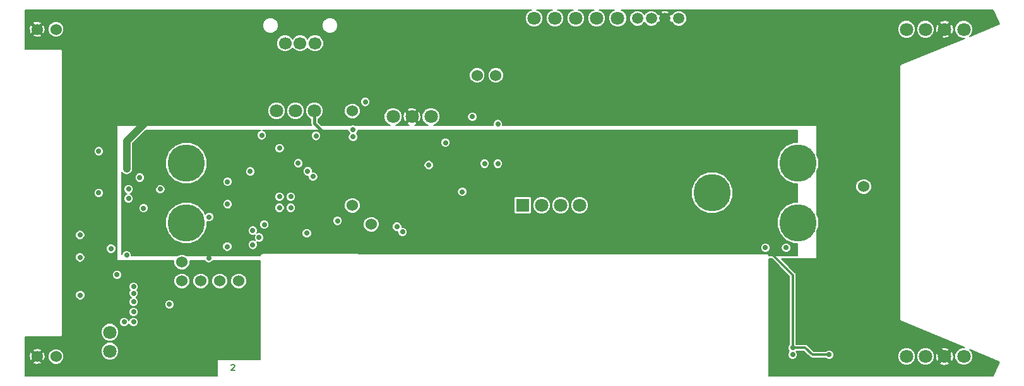
<source format=gbr>
G04 #@! TF.FileFunction,Copper,L2,Inr,Signal*
%FSLAX46Y46*%
G04 Gerber Fmt 4.6, Leading zero omitted, Abs format (unit mm)*
G04 Created by KiCad (PCBNEW 4.0.2+dfsg1-stable) date mer. 17 juil. 2019 11:13:31 CEST*
%MOMM*%
G01*
G04 APERTURE LIST*
%ADD10C,0.100000*%
%ADD11C,0.152400*%
%ADD12C,5.000000*%
%ADD13C,0.800000*%
%ADD14C,1.524000*%
%ADD15C,1.800000*%
%ADD16C,1.500000*%
%ADD17C,1.700000*%
%ADD18R,1.800000X1.800000*%
%ADD19C,0.711200*%
%ADD20C,1.016000*%
%ADD21C,0.406400*%
%ADD22C,0.304800*%
%ADD23C,0.200000*%
G04 APERTURE END LIST*
D10*
D11*
X110771429Y-128138095D02*
X110809524Y-128100000D01*
X110885715Y-128061905D01*
X111076191Y-128061905D01*
X111152381Y-128100000D01*
X111190477Y-128138095D01*
X111228572Y-128214286D01*
X111228572Y-128290476D01*
X111190477Y-128404762D01*
X110733334Y-128861905D01*
X111228572Y-128861905D01*
D12*
X104750000Y-101000000D03*
D13*
X104750000Y-99000000D03*
X106750000Y-101000000D03*
X104750000Y-103000000D03*
X102750000Y-101000000D03*
X106160000Y-99590000D03*
X106160000Y-102410000D03*
X103340000Y-102410000D03*
X103340000Y-99590000D03*
D12*
X104750000Y-109000000D03*
D13*
X104750000Y-107000000D03*
X106750000Y-109000000D03*
X104750000Y-111000000D03*
X102750000Y-109000000D03*
X106160000Y-107590000D03*
X106160000Y-110410000D03*
X103340000Y-110410000D03*
X103340000Y-107590000D03*
D12*
X175250000Y-105000000D03*
D13*
X175250000Y-103000000D03*
X177250000Y-105000000D03*
X175250000Y-107000000D03*
X173250000Y-105000000D03*
X176660000Y-103590000D03*
X176660000Y-106410000D03*
X173840000Y-106410000D03*
X173840000Y-103590000D03*
D12*
X186750000Y-101000000D03*
D13*
X186750000Y-99000000D03*
X188750000Y-101000000D03*
X186750000Y-103000000D03*
X184750000Y-101000000D03*
X188160000Y-99590000D03*
X188160000Y-102410000D03*
X185340000Y-102410000D03*
X185340000Y-99590000D03*
D12*
X186750000Y-109000000D03*
D13*
X186750000Y-107000000D03*
X188750000Y-109000000D03*
X186750000Y-111000000D03*
X184750000Y-109000000D03*
X188160000Y-107590000D03*
X188160000Y-110410000D03*
X185340000Y-110410000D03*
X185340000Y-107590000D03*
D14*
X146250000Y-89200000D03*
X143750000Y-89200000D03*
X84730000Y-127000000D03*
X87270000Y-127000000D03*
X84730000Y-83000000D03*
X87270000Y-83000000D03*
D15*
X94500000Y-126270000D03*
X94500000Y-123730000D03*
X151370000Y-81530000D03*
X154170000Y-81530000D03*
X156970000Y-81530000D03*
X159770000Y-81530000D03*
X162600000Y-81480000D03*
D16*
X165250000Y-81530000D03*
X167100000Y-81530000D03*
X168950000Y-81530000D03*
X170800000Y-81530000D03*
D17*
X122000000Y-84890000D03*
X120000000Y-84890000D03*
X118000000Y-84890000D03*
D15*
X137540000Y-94750000D03*
X135000000Y-94750000D03*
X132460000Y-94750000D03*
D14*
X195580000Y-104140000D03*
X106680000Y-116840000D03*
X109220000Y-116840000D03*
X104140000Y-116840000D03*
X111760000Y-116840000D03*
D15*
X116840000Y-93980000D03*
X119380000Y-93980000D03*
X121920000Y-93980000D03*
D14*
X127000000Y-93980000D03*
D15*
X201320000Y-83000000D03*
X203890000Y-83000000D03*
X206430000Y-83000000D03*
X209000000Y-83000000D03*
X201320000Y-127000000D03*
X203890000Y-127000000D03*
X206430000Y-127000000D03*
X209000000Y-127000000D03*
D14*
X104140000Y-114300000D03*
X129540000Y-109220000D03*
X127000000Y-106680000D03*
D18*
X149860000Y-106680000D03*
D15*
X152400000Y-106680000D03*
X154940000Y-106680000D03*
X157480000Y-106680000D03*
D19*
X137250000Y-101250000D03*
X139500000Y-98250000D03*
X141750000Y-104850000D03*
X143100000Y-94750000D03*
X146520000Y-101070000D03*
X144750000Y-101070000D03*
X93000000Y-99390000D03*
X128740000Y-92770000D03*
X127100000Y-96500000D03*
X94650000Y-112500000D03*
X90510000Y-118750000D03*
X95450000Y-116000000D03*
X97670000Y-117620000D03*
X97670000Y-119640000D03*
X97670000Y-118500000D03*
X97670000Y-121000000D03*
X97670000Y-122360000D03*
X96400000Y-122360000D03*
X114500000Y-111000000D03*
X117250000Y-107000000D03*
X118750000Y-105500000D03*
X118750000Y-107000000D03*
X117250000Y-105500000D03*
X119750000Y-101000000D03*
X125010000Y-108760000D03*
X107800000Y-108240000D03*
X113310000Y-102110000D03*
X122150000Y-97330000D03*
X117250000Y-99000000D03*
X114850000Y-97250000D03*
X101250000Y-104500000D03*
X99000000Y-107050000D03*
X98500000Y-102940000D03*
X97000000Y-104500000D03*
X97000000Y-105750000D03*
X186070000Y-126770000D03*
X110270000Y-103500000D03*
X110270000Y-106500000D03*
X93000000Y-105000000D03*
X90500000Y-110650000D03*
X96750000Y-101750000D03*
X140050000Y-93250000D03*
X192330000Y-125820000D03*
X133750000Y-110250000D03*
X120900000Y-110410000D03*
X110230000Y-112240000D03*
X135250000Y-107000000D03*
X113920000Y-103500000D03*
X117500000Y-102650000D03*
X121730000Y-108000000D03*
X107760000Y-113760000D03*
X123500000Y-108760000D03*
X117250000Y-109840000D03*
X112760000Y-107730000D03*
X100230000Y-106920000D03*
X101090000Y-103570000D03*
X186070000Y-125820000D03*
X190940000Y-126770000D03*
X146520000Y-95750000D03*
X102480000Y-119990000D03*
X113660000Y-110060000D03*
X113660000Y-111980000D03*
X185170000Y-112360000D03*
X182410000Y-112360000D03*
X115200000Y-109250000D03*
X127100000Y-97450000D03*
X121020000Y-102090000D03*
X133000000Y-109540000D03*
X121740000Y-102810000D03*
X96750000Y-113390000D03*
X90500000Y-113680000D03*
D20*
X96750000Y-98050000D02*
X96750000Y-101750000D01*
X137050000Y-90250000D02*
X104550000Y-90250000D01*
X137050000Y-90250000D02*
X140050000Y-93250000D01*
X104550000Y-90250000D02*
X96750000Y-98050000D01*
X161000000Y-93250000D02*
X140050000Y-93250000D01*
X161000000Y-93250000D02*
X168950000Y-85300000D01*
X168950000Y-85280000D02*
X168950000Y-85300000D01*
D21*
X199890000Y-87570000D02*
X171240000Y-87570000D01*
X171240000Y-87570000D02*
X168950000Y-85280000D01*
D20*
X168950000Y-85280000D02*
X168950000Y-81530000D01*
D21*
X195580000Y-122570000D02*
X199890000Y-122570000D01*
X192330000Y-125820000D02*
X195580000Y-122570000D01*
D20*
X204190000Y-85240000D02*
X202220000Y-85240000D01*
X202220000Y-85240000D02*
X199890000Y-87570000D01*
X199890000Y-87570000D02*
X199890000Y-122570000D01*
X206430000Y-83000000D02*
X204190000Y-85240000D01*
X204260000Y-124830000D02*
X206430000Y-127000000D01*
X199890000Y-122570000D02*
X202150000Y-124830000D01*
X202150000Y-124830000D02*
X204260000Y-124830000D01*
X123500000Y-105000000D02*
X123500000Y-108760000D01*
X135250000Y-107000000D02*
X133710000Y-107000000D01*
X131710000Y-105000000D02*
X123500000Y-105000000D01*
X133710000Y-107000000D02*
X131710000Y-105000000D01*
D21*
X121920000Y-93980000D02*
X121920000Y-95670000D01*
X123500000Y-97250000D02*
X123500000Y-105000000D01*
X121920000Y-95670000D02*
X123500000Y-97250000D01*
X100230000Y-106920000D02*
X101760000Y-106920000D01*
X112420000Y-105000000D02*
X113920000Y-103500000D01*
X103680000Y-105000000D02*
X112420000Y-105000000D01*
X101760000Y-106920000D02*
X103680000Y-105000000D01*
X115910000Y-107780000D02*
X115130000Y-107780000D01*
X117250000Y-109120000D02*
X115910000Y-107780000D01*
X115130000Y-107780000D02*
X113920000Y-106570000D01*
X113920000Y-103500000D02*
X113920000Y-106570000D01*
X113920000Y-106570000D02*
X112760000Y-107730000D01*
X116750000Y-102650000D02*
X117500000Y-102650000D01*
X113920000Y-103500000D02*
X115900000Y-103500000D01*
X116750000Y-102650000D02*
X115900000Y-103500000D01*
D22*
X117610000Y-108760000D02*
X120970000Y-108760000D01*
X117250000Y-109120000D02*
X117610000Y-108760000D01*
X120970000Y-108760000D02*
X121730000Y-108000000D01*
X123500000Y-108760000D02*
X122490000Y-108760000D01*
X122490000Y-108760000D02*
X121730000Y-108000000D01*
X186070000Y-125820000D02*
X186070000Y-116020000D01*
X186070000Y-116020000D02*
X183120000Y-113070000D01*
X127810000Y-113070000D02*
X123500000Y-108760000D01*
X183120000Y-113070000D02*
X127810000Y-113070000D01*
X107760000Y-113760000D02*
X107760000Y-112730000D01*
X107760000Y-112730000D02*
X112760000Y-107730000D01*
D21*
X117250000Y-109840000D02*
X117250000Y-109120000D01*
X100230000Y-106920000D02*
X100230000Y-104430000D01*
X100230000Y-104430000D02*
X101090000Y-103570000D01*
D22*
X187740000Y-125820000D02*
X188690000Y-126770000D01*
X188690000Y-126770000D02*
X190940000Y-126770000D01*
X186070000Y-125820000D02*
X187740000Y-125820000D01*
D23*
G36*
X114479118Y-96693885D02*
X114294533Y-96878148D01*
X114194514Y-97119021D01*
X114194286Y-97379835D01*
X114293885Y-97620882D01*
X114478148Y-97805467D01*
X114719021Y-97905486D01*
X114979835Y-97905714D01*
X115220882Y-97806115D01*
X115405467Y-97621852D01*
X115472742Y-97459835D01*
X121494286Y-97459835D01*
X121593885Y-97700882D01*
X121778148Y-97885467D01*
X122019021Y-97985486D01*
X122279835Y-97985714D01*
X122520882Y-97886115D01*
X122705467Y-97701852D01*
X122805486Y-97460979D01*
X122805714Y-97200165D01*
X122706115Y-96959118D01*
X122521852Y-96774533D01*
X122280979Y-96674514D01*
X122020165Y-96674286D01*
X121779118Y-96773885D01*
X121594533Y-96958148D01*
X121494514Y-97199021D01*
X121494286Y-97459835D01*
X115472742Y-97459835D01*
X115505486Y-97380979D01*
X115505714Y-97120165D01*
X115406115Y-96879118D01*
X115221852Y-96694533D01*
X114994191Y-96600000D01*
X126444312Y-96600000D01*
X126444286Y-96629835D01*
X126543885Y-96870882D01*
X126647841Y-96975020D01*
X126544533Y-97078148D01*
X126444514Y-97319021D01*
X126444286Y-97579835D01*
X126543885Y-97820882D01*
X126728148Y-98005467D01*
X126969021Y-98105486D01*
X127229835Y-98105714D01*
X127470882Y-98006115D01*
X127655467Y-97821852D01*
X127755486Y-97580979D01*
X127755714Y-97320165D01*
X127656115Y-97079118D01*
X127552159Y-96974980D01*
X127655467Y-96871852D01*
X127755486Y-96630979D01*
X127755513Y-96600000D01*
X186650000Y-96600000D01*
X186650000Y-98199912D01*
X186195489Y-98199515D01*
X185166000Y-98624892D01*
X184377660Y-99411857D01*
X183950487Y-100440602D01*
X183949515Y-101554511D01*
X184374892Y-102584000D01*
X185161857Y-103372340D01*
X186190602Y-103799513D01*
X186650000Y-103799914D01*
X186650000Y-106199912D01*
X186195489Y-106199515D01*
X185166000Y-106624892D01*
X184377660Y-107411857D01*
X183950487Y-108440602D01*
X183949515Y-109554511D01*
X184374892Y-110584000D01*
X185161857Y-111372340D01*
X186190602Y-111799513D01*
X186650000Y-111799914D01*
X186650000Y-113400000D01*
X182855109Y-113400000D01*
X182846455Y-113356494D01*
X182765165Y-113234835D01*
X182643506Y-113153545D01*
X182500000Y-113125000D01*
X115000000Y-113125000D01*
X114856494Y-113153545D01*
X114734835Y-113234835D01*
X114653545Y-113356494D01*
X114644891Y-113400000D01*
X104741866Y-113400000D01*
X104352172Y-113238185D01*
X103929682Y-113237816D01*
X103539211Y-113399155D01*
X103538365Y-113400000D01*
X97405592Y-113400000D01*
X97405714Y-113260165D01*
X97306115Y-113019118D01*
X97121852Y-112834533D01*
X96880979Y-112734514D01*
X96620165Y-112734286D01*
X96379118Y-112833885D01*
X96194533Y-113018148D01*
X96100000Y-113245809D01*
X96100000Y-112369835D01*
X109574286Y-112369835D01*
X109673885Y-112610882D01*
X109858148Y-112795467D01*
X110099021Y-112895486D01*
X110359835Y-112895714D01*
X110600882Y-112796115D01*
X110785467Y-112611852D01*
X110885486Y-112370979D01*
X110885714Y-112110165D01*
X110786115Y-111869118D01*
X110601852Y-111684533D01*
X110360979Y-111584514D01*
X110100165Y-111584286D01*
X109859118Y-111683885D01*
X109674533Y-111868148D01*
X109574514Y-112109021D01*
X109574286Y-112369835D01*
X96100000Y-112369835D01*
X96100000Y-109554511D01*
X101949515Y-109554511D01*
X102374892Y-110584000D01*
X103161857Y-111372340D01*
X104190602Y-111799513D01*
X105304511Y-111800485D01*
X106334000Y-111375108D01*
X107122340Y-110588143D01*
X107287732Y-110189835D01*
X113004286Y-110189835D01*
X113103885Y-110430882D01*
X113288148Y-110615467D01*
X113529021Y-110715486D01*
X113789835Y-110715714D01*
X113932681Y-110656691D01*
X113844514Y-110869021D01*
X113844286Y-111129835D01*
X113943885Y-111370882D01*
X113973081Y-111400129D01*
X113790979Y-111324514D01*
X113530165Y-111324286D01*
X113289118Y-111423885D01*
X113104533Y-111608148D01*
X113004514Y-111849021D01*
X113004286Y-112109835D01*
X113103885Y-112350882D01*
X113288148Y-112535467D01*
X113529021Y-112635486D01*
X113789835Y-112635714D01*
X114030882Y-112536115D01*
X114077242Y-112489835D01*
X181754286Y-112489835D01*
X181853885Y-112730882D01*
X182038148Y-112915467D01*
X182279021Y-113015486D01*
X182539835Y-113015714D01*
X182780882Y-112916115D01*
X182965467Y-112731852D01*
X183065486Y-112490979D01*
X183065487Y-112489835D01*
X184514286Y-112489835D01*
X184613885Y-112730882D01*
X184798148Y-112915467D01*
X185039021Y-113015486D01*
X185299835Y-113015714D01*
X185540882Y-112916115D01*
X185725467Y-112731852D01*
X185825486Y-112490979D01*
X185825714Y-112230165D01*
X185726115Y-111989118D01*
X185541852Y-111804533D01*
X185300979Y-111704514D01*
X185040165Y-111704286D01*
X184799118Y-111803885D01*
X184614533Y-111988148D01*
X184514514Y-112229021D01*
X184514286Y-112489835D01*
X183065487Y-112489835D01*
X183065714Y-112230165D01*
X182966115Y-111989118D01*
X182781852Y-111804533D01*
X182540979Y-111704514D01*
X182280165Y-111704286D01*
X182039118Y-111803885D01*
X181854533Y-111988148D01*
X181754514Y-112229021D01*
X181754286Y-112489835D01*
X114077242Y-112489835D01*
X114215467Y-112351852D01*
X114315486Y-112110979D01*
X114315714Y-111850165D01*
X114216115Y-111609118D01*
X114186919Y-111579871D01*
X114369021Y-111655486D01*
X114629835Y-111655714D01*
X114870882Y-111556115D01*
X115055467Y-111371852D01*
X115155486Y-111130979D01*
X115155714Y-110870165D01*
X115056115Y-110629118D01*
X114966988Y-110539835D01*
X120244286Y-110539835D01*
X120343885Y-110780882D01*
X120528148Y-110965467D01*
X120769021Y-111065486D01*
X121029835Y-111065714D01*
X121270882Y-110966115D01*
X121455467Y-110781852D01*
X121555486Y-110540979D01*
X121555714Y-110280165D01*
X121456115Y-110039118D01*
X121271852Y-109854533D01*
X121030979Y-109754514D01*
X120770165Y-109754286D01*
X120529118Y-109853885D01*
X120344533Y-110038148D01*
X120244514Y-110279021D01*
X120244286Y-110539835D01*
X114966988Y-110539835D01*
X114871852Y-110444533D01*
X114630979Y-110344514D01*
X114370165Y-110344286D01*
X114227319Y-110403309D01*
X114315486Y-110190979D01*
X114315714Y-109930165D01*
X114216115Y-109689118D01*
X114031852Y-109504533D01*
X113790979Y-109404514D01*
X113530165Y-109404286D01*
X113289118Y-109503885D01*
X113104533Y-109688148D01*
X113004514Y-109929021D01*
X113004286Y-110189835D01*
X107287732Y-110189835D01*
X107549513Y-109559398D01*
X107549669Y-109379835D01*
X114544286Y-109379835D01*
X114643885Y-109620882D01*
X114828148Y-109805467D01*
X115069021Y-109905486D01*
X115329835Y-109905714D01*
X115570882Y-109806115D01*
X115755467Y-109621852D01*
X115834998Y-109430318D01*
X128477816Y-109430318D01*
X128639155Y-109820789D01*
X128937640Y-110119795D01*
X129327828Y-110281815D01*
X129750318Y-110282184D01*
X130140789Y-110120845D01*
X130439795Y-109822360D01*
X130503128Y-109669835D01*
X132344286Y-109669835D01*
X132443885Y-109910882D01*
X132628148Y-110095467D01*
X132869021Y-110195486D01*
X133094447Y-110195683D01*
X133094286Y-110379835D01*
X133193885Y-110620882D01*
X133378148Y-110805467D01*
X133619021Y-110905486D01*
X133879835Y-110905714D01*
X134120882Y-110806115D01*
X134305467Y-110621852D01*
X134405486Y-110380979D01*
X134405714Y-110120165D01*
X134306115Y-109879118D01*
X134121852Y-109694533D01*
X133880979Y-109594514D01*
X133655553Y-109594317D01*
X133655714Y-109410165D01*
X133556115Y-109169118D01*
X133371852Y-108984533D01*
X133130979Y-108884514D01*
X132870165Y-108884286D01*
X132629118Y-108983885D01*
X132444533Y-109168148D01*
X132344514Y-109409021D01*
X132344286Y-109669835D01*
X130503128Y-109669835D01*
X130601815Y-109432172D01*
X130602184Y-109009682D01*
X130440845Y-108619211D01*
X130142360Y-108320205D01*
X129752172Y-108158185D01*
X129329682Y-108157816D01*
X128939211Y-108319155D01*
X128640205Y-108617640D01*
X128478185Y-109007828D01*
X128477816Y-109430318D01*
X115834998Y-109430318D01*
X115855486Y-109380979D01*
X115855714Y-109120165D01*
X115760544Y-108889835D01*
X124354286Y-108889835D01*
X124453885Y-109130882D01*
X124638148Y-109315467D01*
X124879021Y-109415486D01*
X125139835Y-109415714D01*
X125380882Y-109316115D01*
X125565467Y-109131852D01*
X125665486Y-108890979D01*
X125665714Y-108630165D01*
X125566115Y-108389118D01*
X125381852Y-108204533D01*
X125140979Y-108104514D01*
X124880165Y-108104286D01*
X124639118Y-108203885D01*
X124454533Y-108388148D01*
X124354514Y-108629021D01*
X124354286Y-108889835D01*
X115760544Y-108889835D01*
X115756115Y-108879118D01*
X115571852Y-108694533D01*
X115330979Y-108594514D01*
X115070165Y-108594286D01*
X114829118Y-108693885D01*
X114644533Y-108878148D01*
X114544514Y-109119021D01*
X114544286Y-109379835D01*
X107549669Y-109379835D01*
X107550135Y-108846120D01*
X107669021Y-108895486D01*
X107929835Y-108895714D01*
X108170882Y-108796115D01*
X108355467Y-108611852D01*
X108455486Y-108370979D01*
X108455714Y-108110165D01*
X108356115Y-107869118D01*
X108171852Y-107684533D01*
X107930979Y-107584514D01*
X107670165Y-107584286D01*
X107429118Y-107683885D01*
X107292250Y-107820514D01*
X107125108Y-107416000D01*
X106340315Y-106629835D01*
X109614286Y-106629835D01*
X109713885Y-106870882D01*
X109898148Y-107055467D01*
X110139021Y-107155486D01*
X110399835Y-107155714D01*
X110462466Y-107129835D01*
X116594286Y-107129835D01*
X116693885Y-107370882D01*
X116878148Y-107555467D01*
X117119021Y-107655486D01*
X117379835Y-107655714D01*
X117620882Y-107556115D01*
X117805467Y-107371852D01*
X117905486Y-107130979D01*
X117905487Y-107129835D01*
X118094286Y-107129835D01*
X118193885Y-107370882D01*
X118378148Y-107555467D01*
X118619021Y-107655486D01*
X118879835Y-107655714D01*
X119120882Y-107556115D01*
X119305467Y-107371852D01*
X119405486Y-107130979D01*
X119405696Y-106890318D01*
X125937816Y-106890318D01*
X126099155Y-107280789D01*
X126397640Y-107579795D01*
X126787828Y-107741815D01*
X127210318Y-107742184D01*
X127600789Y-107580845D01*
X127899795Y-107282360D01*
X128061815Y-106892172D01*
X128062184Y-106469682D01*
X127900845Y-106079211D01*
X127602360Y-105780205D01*
X127601867Y-105780000D01*
X148654123Y-105780000D01*
X148654123Y-107580000D01*
X148675042Y-107691173D01*
X148740745Y-107793279D01*
X148840997Y-107861778D01*
X148960000Y-107885877D01*
X150760000Y-107885877D01*
X150871173Y-107864958D01*
X150973279Y-107799255D01*
X151041778Y-107699003D01*
X151065877Y-107580000D01*
X151065877Y-106917647D01*
X151199793Y-106917647D01*
X151382097Y-107358857D01*
X151719367Y-107696717D01*
X152160258Y-107879791D01*
X152637647Y-107880207D01*
X153078857Y-107697903D01*
X153416717Y-107360633D01*
X153599791Y-106919742D01*
X153599792Y-106917647D01*
X153739793Y-106917647D01*
X153922097Y-107358857D01*
X154259367Y-107696717D01*
X154700258Y-107879791D01*
X155177647Y-107880207D01*
X155618857Y-107697903D01*
X155956717Y-107360633D01*
X156139791Y-106919742D01*
X156139792Y-106917647D01*
X156279793Y-106917647D01*
X156462097Y-107358857D01*
X156799367Y-107696717D01*
X157240258Y-107879791D01*
X157717647Y-107880207D01*
X158158857Y-107697903D01*
X158496717Y-107360633D01*
X158679791Y-106919742D01*
X158680207Y-106442353D01*
X158497903Y-106001143D01*
X158160633Y-105663283D01*
X157898682Y-105554511D01*
X172449515Y-105554511D01*
X172874892Y-106584000D01*
X173661857Y-107372340D01*
X174690602Y-107799513D01*
X175804511Y-107800485D01*
X176834000Y-107375108D01*
X177622340Y-106588143D01*
X178049513Y-105559398D01*
X178050485Y-104445489D01*
X177625108Y-103416000D01*
X176838143Y-102627660D01*
X175809398Y-102200487D01*
X174695489Y-102199515D01*
X173666000Y-102624892D01*
X172877660Y-103411857D01*
X172450487Y-104440602D01*
X172449515Y-105554511D01*
X157898682Y-105554511D01*
X157719742Y-105480209D01*
X157242353Y-105479793D01*
X156801143Y-105662097D01*
X156463283Y-105999367D01*
X156280209Y-106440258D01*
X156279793Y-106917647D01*
X156139792Y-106917647D01*
X156140207Y-106442353D01*
X155957903Y-106001143D01*
X155620633Y-105663283D01*
X155179742Y-105480209D01*
X154702353Y-105479793D01*
X154261143Y-105662097D01*
X153923283Y-105999367D01*
X153740209Y-106440258D01*
X153739793Y-106917647D01*
X153599792Y-106917647D01*
X153600207Y-106442353D01*
X153417903Y-106001143D01*
X153080633Y-105663283D01*
X152639742Y-105480209D01*
X152162353Y-105479793D01*
X151721143Y-105662097D01*
X151383283Y-105999367D01*
X151200209Y-106440258D01*
X151199793Y-106917647D01*
X151065877Y-106917647D01*
X151065877Y-105780000D01*
X151044958Y-105668827D01*
X150979255Y-105566721D01*
X150879003Y-105498222D01*
X150760000Y-105474123D01*
X148960000Y-105474123D01*
X148848827Y-105495042D01*
X148746721Y-105560745D01*
X148678222Y-105660997D01*
X148654123Y-105780000D01*
X127601867Y-105780000D01*
X127212172Y-105618185D01*
X126789682Y-105617816D01*
X126399211Y-105779155D01*
X126100205Y-106077640D01*
X125938185Y-106467828D01*
X125937816Y-106890318D01*
X119405696Y-106890318D01*
X119405714Y-106870165D01*
X119306115Y-106629118D01*
X119121852Y-106444533D01*
X118880979Y-106344514D01*
X118620165Y-106344286D01*
X118379118Y-106443885D01*
X118194533Y-106628148D01*
X118094514Y-106869021D01*
X118094286Y-107129835D01*
X117905487Y-107129835D01*
X117905714Y-106870165D01*
X117806115Y-106629118D01*
X117621852Y-106444533D01*
X117380979Y-106344514D01*
X117120165Y-106344286D01*
X116879118Y-106443885D01*
X116694533Y-106628148D01*
X116594514Y-106869021D01*
X116594286Y-107129835D01*
X110462466Y-107129835D01*
X110640882Y-107056115D01*
X110825467Y-106871852D01*
X110925486Y-106630979D01*
X110925714Y-106370165D01*
X110826115Y-106129118D01*
X110641852Y-105944533D01*
X110400979Y-105844514D01*
X110140165Y-105844286D01*
X109899118Y-105943885D01*
X109714533Y-106128148D01*
X109614514Y-106369021D01*
X109614286Y-106629835D01*
X106340315Y-106629835D01*
X106338143Y-106627660D01*
X105309398Y-106200487D01*
X104195489Y-106199515D01*
X103166000Y-106624892D01*
X102377660Y-107411857D01*
X101950487Y-108440602D01*
X101949515Y-109554511D01*
X96100000Y-109554511D01*
X96100000Y-107179835D01*
X98344286Y-107179835D01*
X98443885Y-107420882D01*
X98628148Y-107605467D01*
X98869021Y-107705486D01*
X99129835Y-107705714D01*
X99370882Y-107606115D01*
X99555467Y-107421852D01*
X99655486Y-107180979D01*
X99655714Y-106920165D01*
X99556115Y-106679118D01*
X99371852Y-106494533D01*
X99130979Y-106394514D01*
X98870165Y-106394286D01*
X98629118Y-106493885D01*
X98444533Y-106678148D01*
X98344514Y-106919021D01*
X98344286Y-107179835D01*
X96100000Y-107179835D01*
X96100000Y-104629835D01*
X96344286Y-104629835D01*
X96443885Y-104870882D01*
X96628148Y-105055467D01*
X96795717Y-105125047D01*
X96629118Y-105193885D01*
X96444533Y-105378148D01*
X96344514Y-105619021D01*
X96344286Y-105879835D01*
X96443885Y-106120882D01*
X96628148Y-106305467D01*
X96869021Y-106405486D01*
X97129835Y-106405714D01*
X97370882Y-106306115D01*
X97555467Y-106121852D01*
X97655486Y-105880979D01*
X97655705Y-105629835D01*
X116594286Y-105629835D01*
X116693885Y-105870882D01*
X116878148Y-106055467D01*
X117119021Y-106155486D01*
X117379835Y-106155714D01*
X117620882Y-106056115D01*
X117805467Y-105871852D01*
X117905486Y-105630979D01*
X117905487Y-105629835D01*
X118094286Y-105629835D01*
X118193885Y-105870882D01*
X118378148Y-106055467D01*
X118619021Y-106155486D01*
X118879835Y-106155714D01*
X119120882Y-106056115D01*
X119305467Y-105871852D01*
X119405486Y-105630979D01*
X119405714Y-105370165D01*
X119306115Y-105129118D01*
X119157093Y-104979835D01*
X141094286Y-104979835D01*
X141193885Y-105220882D01*
X141378148Y-105405467D01*
X141619021Y-105505486D01*
X141879835Y-105505714D01*
X142120882Y-105406115D01*
X142305467Y-105221852D01*
X142405486Y-104980979D01*
X142405714Y-104720165D01*
X142306115Y-104479118D01*
X142121852Y-104294533D01*
X141880979Y-104194514D01*
X141620165Y-104194286D01*
X141379118Y-104293885D01*
X141194533Y-104478148D01*
X141094514Y-104719021D01*
X141094286Y-104979835D01*
X119157093Y-104979835D01*
X119121852Y-104944533D01*
X118880979Y-104844514D01*
X118620165Y-104844286D01*
X118379118Y-104943885D01*
X118194533Y-105128148D01*
X118094514Y-105369021D01*
X118094286Y-105629835D01*
X117905487Y-105629835D01*
X117905714Y-105370165D01*
X117806115Y-105129118D01*
X117621852Y-104944533D01*
X117380979Y-104844514D01*
X117120165Y-104844286D01*
X116879118Y-104943885D01*
X116694533Y-105128148D01*
X116594514Y-105369021D01*
X116594286Y-105629835D01*
X97655705Y-105629835D01*
X97655714Y-105620165D01*
X97556115Y-105379118D01*
X97371852Y-105194533D01*
X97204283Y-105124953D01*
X97370882Y-105056115D01*
X97555467Y-104871852D01*
X97655486Y-104630979D01*
X97655487Y-104629835D01*
X100594286Y-104629835D01*
X100693885Y-104870882D01*
X100878148Y-105055467D01*
X101119021Y-105155486D01*
X101379835Y-105155714D01*
X101620882Y-105056115D01*
X101805467Y-104871852D01*
X101905486Y-104630979D01*
X101905714Y-104370165D01*
X101806115Y-104129118D01*
X101621852Y-103944533D01*
X101380979Y-103844514D01*
X101120165Y-103844286D01*
X100879118Y-103943885D01*
X100694533Y-104128148D01*
X100594514Y-104369021D01*
X100594286Y-104629835D01*
X97655487Y-104629835D01*
X97655714Y-104370165D01*
X97556115Y-104129118D01*
X97371852Y-103944533D01*
X97130979Y-103844514D01*
X96870165Y-103844286D01*
X96629118Y-103943885D01*
X96444533Y-104128148D01*
X96344514Y-104369021D01*
X96344286Y-104629835D01*
X96100000Y-104629835D01*
X96100000Y-103069835D01*
X97844286Y-103069835D01*
X97943885Y-103310882D01*
X98128148Y-103495467D01*
X98369021Y-103595486D01*
X98629835Y-103595714D01*
X98870882Y-103496115D01*
X99055467Y-103311852D01*
X99155486Y-103070979D01*
X99155714Y-102810165D01*
X99056115Y-102569118D01*
X98871852Y-102384533D01*
X98630979Y-102284514D01*
X98370165Y-102284286D01*
X98129118Y-102383885D01*
X97944533Y-102568148D01*
X97844514Y-102809021D01*
X97844286Y-103069835D01*
X96100000Y-103069835D01*
X96100000Y-102203622D01*
X96178658Y-102321342D01*
X96440792Y-102496495D01*
X96750000Y-102558000D01*
X97059208Y-102496495D01*
X97321342Y-102321342D01*
X97496495Y-102059208D01*
X97558000Y-101750000D01*
X97558000Y-101554511D01*
X101949515Y-101554511D01*
X102374892Y-102584000D01*
X103161857Y-103372340D01*
X104190602Y-103799513D01*
X105304511Y-103800485D01*
X105717514Y-103629835D01*
X109614286Y-103629835D01*
X109713885Y-103870882D01*
X109898148Y-104055467D01*
X110139021Y-104155486D01*
X110399835Y-104155714D01*
X110640882Y-104056115D01*
X110825467Y-103871852D01*
X110925486Y-103630979D01*
X110925714Y-103370165D01*
X110826115Y-103129118D01*
X110641852Y-102944533D01*
X110400979Y-102844514D01*
X110140165Y-102844286D01*
X109899118Y-102943885D01*
X109714533Y-103128148D01*
X109614514Y-103369021D01*
X109614286Y-103629835D01*
X105717514Y-103629835D01*
X106334000Y-103375108D01*
X107122340Y-102588143D01*
X107266970Y-102239835D01*
X112654286Y-102239835D01*
X112753885Y-102480882D01*
X112938148Y-102665467D01*
X113179021Y-102765486D01*
X113439835Y-102765714D01*
X113680882Y-102666115D01*
X113865467Y-102481852D01*
X113965486Y-102240979D01*
X113965504Y-102219835D01*
X120364286Y-102219835D01*
X120463885Y-102460882D01*
X120648148Y-102645467D01*
X120889021Y-102745486D01*
X121084456Y-102745657D01*
X121084286Y-102939835D01*
X121183885Y-103180882D01*
X121368148Y-103365467D01*
X121609021Y-103465486D01*
X121869835Y-103465714D01*
X122110882Y-103366115D01*
X122295467Y-103181852D01*
X122395486Y-102940979D01*
X122395714Y-102680165D01*
X122296115Y-102439118D01*
X122111852Y-102254533D01*
X121870979Y-102154514D01*
X121675544Y-102154343D01*
X121675714Y-101960165D01*
X121576115Y-101719118D01*
X121391852Y-101534533D01*
X121150979Y-101434514D01*
X120890165Y-101434286D01*
X120649118Y-101533885D01*
X120464533Y-101718148D01*
X120364514Y-101959021D01*
X120364286Y-102219835D01*
X113965504Y-102219835D01*
X113965714Y-101980165D01*
X113866115Y-101739118D01*
X113681852Y-101554533D01*
X113440979Y-101454514D01*
X113180165Y-101454286D01*
X112939118Y-101553885D01*
X112754533Y-101738148D01*
X112654514Y-101979021D01*
X112654286Y-102239835D01*
X107266970Y-102239835D01*
X107549513Y-101559398D01*
X107549887Y-101129835D01*
X119094286Y-101129835D01*
X119193885Y-101370882D01*
X119378148Y-101555467D01*
X119619021Y-101655486D01*
X119879835Y-101655714D01*
X120120882Y-101556115D01*
X120297470Y-101379835D01*
X136594286Y-101379835D01*
X136693885Y-101620882D01*
X136878148Y-101805467D01*
X137119021Y-101905486D01*
X137379835Y-101905714D01*
X137620882Y-101806115D01*
X137805467Y-101621852D01*
X137905486Y-101380979D01*
X137905644Y-101199835D01*
X144094286Y-101199835D01*
X144193885Y-101440882D01*
X144378148Y-101625467D01*
X144619021Y-101725486D01*
X144879835Y-101725714D01*
X145120882Y-101626115D01*
X145305467Y-101441852D01*
X145405486Y-101200979D01*
X145405487Y-101199835D01*
X145864286Y-101199835D01*
X145963885Y-101440882D01*
X146148148Y-101625467D01*
X146389021Y-101725486D01*
X146649835Y-101725714D01*
X146890882Y-101626115D01*
X147075467Y-101441852D01*
X147175486Y-101200979D01*
X147175714Y-100940165D01*
X147076115Y-100699118D01*
X146891852Y-100514533D01*
X146650979Y-100414514D01*
X146390165Y-100414286D01*
X146149118Y-100513885D01*
X145964533Y-100698148D01*
X145864514Y-100939021D01*
X145864286Y-101199835D01*
X145405487Y-101199835D01*
X145405714Y-100940165D01*
X145306115Y-100699118D01*
X145121852Y-100514533D01*
X144880979Y-100414514D01*
X144620165Y-100414286D01*
X144379118Y-100513885D01*
X144194533Y-100698148D01*
X144094514Y-100939021D01*
X144094286Y-101199835D01*
X137905644Y-101199835D01*
X137905714Y-101120165D01*
X137806115Y-100879118D01*
X137621852Y-100694533D01*
X137380979Y-100594514D01*
X137120165Y-100594286D01*
X136879118Y-100693885D01*
X136694533Y-100878148D01*
X136594514Y-101119021D01*
X136594286Y-101379835D01*
X120297470Y-101379835D01*
X120305467Y-101371852D01*
X120405486Y-101130979D01*
X120405714Y-100870165D01*
X120306115Y-100629118D01*
X120121852Y-100444533D01*
X119880979Y-100344514D01*
X119620165Y-100344286D01*
X119379118Y-100443885D01*
X119194533Y-100628148D01*
X119094514Y-100869021D01*
X119094286Y-101129835D01*
X107549887Y-101129835D01*
X107550485Y-100445489D01*
X107125108Y-99416000D01*
X106839443Y-99129835D01*
X116594286Y-99129835D01*
X116693885Y-99370882D01*
X116878148Y-99555467D01*
X117119021Y-99655486D01*
X117379835Y-99655714D01*
X117620882Y-99556115D01*
X117805467Y-99371852D01*
X117905486Y-99130979D01*
X117905714Y-98870165D01*
X117806115Y-98629118D01*
X117621852Y-98444533D01*
X117466042Y-98379835D01*
X138844286Y-98379835D01*
X138943885Y-98620882D01*
X139128148Y-98805467D01*
X139369021Y-98905486D01*
X139629835Y-98905714D01*
X139870882Y-98806115D01*
X140055467Y-98621852D01*
X140155486Y-98380979D01*
X140155714Y-98120165D01*
X140056115Y-97879118D01*
X139871852Y-97694533D01*
X139630979Y-97594514D01*
X139370165Y-97594286D01*
X139129118Y-97693885D01*
X138944533Y-97878148D01*
X138844514Y-98119021D01*
X138844286Y-98379835D01*
X117466042Y-98379835D01*
X117380979Y-98344514D01*
X117120165Y-98344286D01*
X116879118Y-98443885D01*
X116694533Y-98628148D01*
X116594514Y-98869021D01*
X116594286Y-99129835D01*
X106839443Y-99129835D01*
X106338143Y-98627660D01*
X105309398Y-98200487D01*
X104195489Y-98199515D01*
X103166000Y-98624892D01*
X102377660Y-99411857D01*
X101950487Y-100440602D01*
X101949515Y-101554511D01*
X97558000Y-101554511D01*
X97558000Y-98384684D01*
X99342684Y-96600000D01*
X114706336Y-96600000D01*
X114479118Y-96693885D01*
X114479118Y-96693885D01*
G37*
X114479118Y-96693885D02*
X114294533Y-96878148D01*
X114194514Y-97119021D01*
X114194286Y-97379835D01*
X114293885Y-97620882D01*
X114478148Y-97805467D01*
X114719021Y-97905486D01*
X114979835Y-97905714D01*
X115220882Y-97806115D01*
X115405467Y-97621852D01*
X115472742Y-97459835D01*
X121494286Y-97459835D01*
X121593885Y-97700882D01*
X121778148Y-97885467D01*
X122019021Y-97985486D01*
X122279835Y-97985714D01*
X122520882Y-97886115D01*
X122705467Y-97701852D01*
X122805486Y-97460979D01*
X122805714Y-97200165D01*
X122706115Y-96959118D01*
X122521852Y-96774533D01*
X122280979Y-96674514D01*
X122020165Y-96674286D01*
X121779118Y-96773885D01*
X121594533Y-96958148D01*
X121494514Y-97199021D01*
X121494286Y-97459835D01*
X115472742Y-97459835D01*
X115505486Y-97380979D01*
X115505714Y-97120165D01*
X115406115Y-96879118D01*
X115221852Y-96694533D01*
X114994191Y-96600000D01*
X126444312Y-96600000D01*
X126444286Y-96629835D01*
X126543885Y-96870882D01*
X126647841Y-96975020D01*
X126544533Y-97078148D01*
X126444514Y-97319021D01*
X126444286Y-97579835D01*
X126543885Y-97820882D01*
X126728148Y-98005467D01*
X126969021Y-98105486D01*
X127229835Y-98105714D01*
X127470882Y-98006115D01*
X127655467Y-97821852D01*
X127755486Y-97580979D01*
X127755714Y-97320165D01*
X127656115Y-97079118D01*
X127552159Y-96974980D01*
X127655467Y-96871852D01*
X127755486Y-96630979D01*
X127755513Y-96600000D01*
X186650000Y-96600000D01*
X186650000Y-98199912D01*
X186195489Y-98199515D01*
X185166000Y-98624892D01*
X184377660Y-99411857D01*
X183950487Y-100440602D01*
X183949515Y-101554511D01*
X184374892Y-102584000D01*
X185161857Y-103372340D01*
X186190602Y-103799513D01*
X186650000Y-103799914D01*
X186650000Y-106199912D01*
X186195489Y-106199515D01*
X185166000Y-106624892D01*
X184377660Y-107411857D01*
X183950487Y-108440602D01*
X183949515Y-109554511D01*
X184374892Y-110584000D01*
X185161857Y-111372340D01*
X186190602Y-111799513D01*
X186650000Y-111799914D01*
X186650000Y-113400000D01*
X182855109Y-113400000D01*
X182846455Y-113356494D01*
X182765165Y-113234835D01*
X182643506Y-113153545D01*
X182500000Y-113125000D01*
X115000000Y-113125000D01*
X114856494Y-113153545D01*
X114734835Y-113234835D01*
X114653545Y-113356494D01*
X114644891Y-113400000D01*
X104741866Y-113400000D01*
X104352172Y-113238185D01*
X103929682Y-113237816D01*
X103539211Y-113399155D01*
X103538365Y-113400000D01*
X97405592Y-113400000D01*
X97405714Y-113260165D01*
X97306115Y-113019118D01*
X97121852Y-112834533D01*
X96880979Y-112734514D01*
X96620165Y-112734286D01*
X96379118Y-112833885D01*
X96194533Y-113018148D01*
X96100000Y-113245809D01*
X96100000Y-112369835D01*
X109574286Y-112369835D01*
X109673885Y-112610882D01*
X109858148Y-112795467D01*
X110099021Y-112895486D01*
X110359835Y-112895714D01*
X110600882Y-112796115D01*
X110785467Y-112611852D01*
X110885486Y-112370979D01*
X110885714Y-112110165D01*
X110786115Y-111869118D01*
X110601852Y-111684533D01*
X110360979Y-111584514D01*
X110100165Y-111584286D01*
X109859118Y-111683885D01*
X109674533Y-111868148D01*
X109574514Y-112109021D01*
X109574286Y-112369835D01*
X96100000Y-112369835D01*
X96100000Y-109554511D01*
X101949515Y-109554511D01*
X102374892Y-110584000D01*
X103161857Y-111372340D01*
X104190602Y-111799513D01*
X105304511Y-111800485D01*
X106334000Y-111375108D01*
X107122340Y-110588143D01*
X107287732Y-110189835D01*
X113004286Y-110189835D01*
X113103885Y-110430882D01*
X113288148Y-110615467D01*
X113529021Y-110715486D01*
X113789835Y-110715714D01*
X113932681Y-110656691D01*
X113844514Y-110869021D01*
X113844286Y-111129835D01*
X113943885Y-111370882D01*
X113973081Y-111400129D01*
X113790979Y-111324514D01*
X113530165Y-111324286D01*
X113289118Y-111423885D01*
X113104533Y-111608148D01*
X113004514Y-111849021D01*
X113004286Y-112109835D01*
X113103885Y-112350882D01*
X113288148Y-112535467D01*
X113529021Y-112635486D01*
X113789835Y-112635714D01*
X114030882Y-112536115D01*
X114077242Y-112489835D01*
X181754286Y-112489835D01*
X181853885Y-112730882D01*
X182038148Y-112915467D01*
X182279021Y-113015486D01*
X182539835Y-113015714D01*
X182780882Y-112916115D01*
X182965467Y-112731852D01*
X183065486Y-112490979D01*
X183065487Y-112489835D01*
X184514286Y-112489835D01*
X184613885Y-112730882D01*
X184798148Y-112915467D01*
X185039021Y-113015486D01*
X185299835Y-113015714D01*
X185540882Y-112916115D01*
X185725467Y-112731852D01*
X185825486Y-112490979D01*
X185825714Y-112230165D01*
X185726115Y-111989118D01*
X185541852Y-111804533D01*
X185300979Y-111704514D01*
X185040165Y-111704286D01*
X184799118Y-111803885D01*
X184614533Y-111988148D01*
X184514514Y-112229021D01*
X184514286Y-112489835D01*
X183065487Y-112489835D01*
X183065714Y-112230165D01*
X182966115Y-111989118D01*
X182781852Y-111804533D01*
X182540979Y-111704514D01*
X182280165Y-111704286D01*
X182039118Y-111803885D01*
X181854533Y-111988148D01*
X181754514Y-112229021D01*
X181754286Y-112489835D01*
X114077242Y-112489835D01*
X114215467Y-112351852D01*
X114315486Y-112110979D01*
X114315714Y-111850165D01*
X114216115Y-111609118D01*
X114186919Y-111579871D01*
X114369021Y-111655486D01*
X114629835Y-111655714D01*
X114870882Y-111556115D01*
X115055467Y-111371852D01*
X115155486Y-111130979D01*
X115155714Y-110870165D01*
X115056115Y-110629118D01*
X114966988Y-110539835D01*
X120244286Y-110539835D01*
X120343885Y-110780882D01*
X120528148Y-110965467D01*
X120769021Y-111065486D01*
X121029835Y-111065714D01*
X121270882Y-110966115D01*
X121455467Y-110781852D01*
X121555486Y-110540979D01*
X121555714Y-110280165D01*
X121456115Y-110039118D01*
X121271852Y-109854533D01*
X121030979Y-109754514D01*
X120770165Y-109754286D01*
X120529118Y-109853885D01*
X120344533Y-110038148D01*
X120244514Y-110279021D01*
X120244286Y-110539835D01*
X114966988Y-110539835D01*
X114871852Y-110444533D01*
X114630979Y-110344514D01*
X114370165Y-110344286D01*
X114227319Y-110403309D01*
X114315486Y-110190979D01*
X114315714Y-109930165D01*
X114216115Y-109689118D01*
X114031852Y-109504533D01*
X113790979Y-109404514D01*
X113530165Y-109404286D01*
X113289118Y-109503885D01*
X113104533Y-109688148D01*
X113004514Y-109929021D01*
X113004286Y-110189835D01*
X107287732Y-110189835D01*
X107549513Y-109559398D01*
X107549669Y-109379835D01*
X114544286Y-109379835D01*
X114643885Y-109620882D01*
X114828148Y-109805467D01*
X115069021Y-109905486D01*
X115329835Y-109905714D01*
X115570882Y-109806115D01*
X115755467Y-109621852D01*
X115834998Y-109430318D01*
X128477816Y-109430318D01*
X128639155Y-109820789D01*
X128937640Y-110119795D01*
X129327828Y-110281815D01*
X129750318Y-110282184D01*
X130140789Y-110120845D01*
X130439795Y-109822360D01*
X130503128Y-109669835D01*
X132344286Y-109669835D01*
X132443885Y-109910882D01*
X132628148Y-110095467D01*
X132869021Y-110195486D01*
X133094447Y-110195683D01*
X133094286Y-110379835D01*
X133193885Y-110620882D01*
X133378148Y-110805467D01*
X133619021Y-110905486D01*
X133879835Y-110905714D01*
X134120882Y-110806115D01*
X134305467Y-110621852D01*
X134405486Y-110380979D01*
X134405714Y-110120165D01*
X134306115Y-109879118D01*
X134121852Y-109694533D01*
X133880979Y-109594514D01*
X133655553Y-109594317D01*
X133655714Y-109410165D01*
X133556115Y-109169118D01*
X133371852Y-108984533D01*
X133130979Y-108884514D01*
X132870165Y-108884286D01*
X132629118Y-108983885D01*
X132444533Y-109168148D01*
X132344514Y-109409021D01*
X132344286Y-109669835D01*
X130503128Y-109669835D01*
X130601815Y-109432172D01*
X130602184Y-109009682D01*
X130440845Y-108619211D01*
X130142360Y-108320205D01*
X129752172Y-108158185D01*
X129329682Y-108157816D01*
X128939211Y-108319155D01*
X128640205Y-108617640D01*
X128478185Y-109007828D01*
X128477816Y-109430318D01*
X115834998Y-109430318D01*
X115855486Y-109380979D01*
X115855714Y-109120165D01*
X115760544Y-108889835D01*
X124354286Y-108889835D01*
X124453885Y-109130882D01*
X124638148Y-109315467D01*
X124879021Y-109415486D01*
X125139835Y-109415714D01*
X125380882Y-109316115D01*
X125565467Y-109131852D01*
X125665486Y-108890979D01*
X125665714Y-108630165D01*
X125566115Y-108389118D01*
X125381852Y-108204533D01*
X125140979Y-108104514D01*
X124880165Y-108104286D01*
X124639118Y-108203885D01*
X124454533Y-108388148D01*
X124354514Y-108629021D01*
X124354286Y-108889835D01*
X115760544Y-108889835D01*
X115756115Y-108879118D01*
X115571852Y-108694533D01*
X115330979Y-108594514D01*
X115070165Y-108594286D01*
X114829118Y-108693885D01*
X114644533Y-108878148D01*
X114544514Y-109119021D01*
X114544286Y-109379835D01*
X107549669Y-109379835D01*
X107550135Y-108846120D01*
X107669021Y-108895486D01*
X107929835Y-108895714D01*
X108170882Y-108796115D01*
X108355467Y-108611852D01*
X108455486Y-108370979D01*
X108455714Y-108110165D01*
X108356115Y-107869118D01*
X108171852Y-107684533D01*
X107930979Y-107584514D01*
X107670165Y-107584286D01*
X107429118Y-107683885D01*
X107292250Y-107820514D01*
X107125108Y-107416000D01*
X106340315Y-106629835D01*
X109614286Y-106629835D01*
X109713885Y-106870882D01*
X109898148Y-107055467D01*
X110139021Y-107155486D01*
X110399835Y-107155714D01*
X110462466Y-107129835D01*
X116594286Y-107129835D01*
X116693885Y-107370882D01*
X116878148Y-107555467D01*
X117119021Y-107655486D01*
X117379835Y-107655714D01*
X117620882Y-107556115D01*
X117805467Y-107371852D01*
X117905486Y-107130979D01*
X117905487Y-107129835D01*
X118094286Y-107129835D01*
X118193885Y-107370882D01*
X118378148Y-107555467D01*
X118619021Y-107655486D01*
X118879835Y-107655714D01*
X119120882Y-107556115D01*
X119305467Y-107371852D01*
X119405486Y-107130979D01*
X119405696Y-106890318D01*
X125937816Y-106890318D01*
X126099155Y-107280789D01*
X126397640Y-107579795D01*
X126787828Y-107741815D01*
X127210318Y-107742184D01*
X127600789Y-107580845D01*
X127899795Y-107282360D01*
X128061815Y-106892172D01*
X128062184Y-106469682D01*
X127900845Y-106079211D01*
X127602360Y-105780205D01*
X127601867Y-105780000D01*
X148654123Y-105780000D01*
X148654123Y-107580000D01*
X148675042Y-107691173D01*
X148740745Y-107793279D01*
X148840997Y-107861778D01*
X148960000Y-107885877D01*
X150760000Y-107885877D01*
X150871173Y-107864958D01*
X150973279Y-107799255D01*
X151041778Y-107699003D01*
X151065877Y-107580000D01*
X151065877Y-106917647D01*
X151199793Y-106917647D01*
X151382097Y-107358857D01*
X151719367Y-107696717D01*
X152160258Y-107879791D01*
X152637647Y-107880207D01*
X153078857Y-107697903D01*
X153416717Y-107360633D01*
X153599791Y-106919742D01*
X153599792Y-106917647D01*
X153739793Y-106917647D01*
X153922097Y-107358857D01*
X154259367Y-107696717D01*
X154700258Y-107879791D01*
X155177647Y-107880207D01*
X155618857Y-107697903D01*
X155956717Y-107360633D01*
X156139791Y-106919742D01*
X156139792Y-106917647D01*
X156279793Y-106917647D01*
X156462097Y-107358857D01*
X156799367Y-107696717D01*
X157240258Y-107879791D01*
X157717647Y-107880207D01*
X158158857Y-107697903D01*
X158496717Y-107360633D01*
X158679791Y-106919742D01*
X158680207Y-106442353D01*
X158497903Y-106001143D01*
X158160633Y-105663283D01*
X157898682Y-105554511D01*
X172449515Y-105554511D01*
X172874892Y-106584000D01*
X173661857Y-107372340D01*
X174690602Y-107799513D01*
X175804511Y-107800485D01*
X176834000Y-107375108D01*
X177622340Y-106588143D01*
X178049513Y-105559398D01*
X178050485Y-104445489D01*
X177625108Y-103416000D01*
X176838143Y-102627660D01*
X175809398Y-102200487D01*
X174695489Y-102199515D01*
X173666000Y-102624892D01*
X172877660Y-103411857D01*
X172450487Y-104440602D01*
X172449515Y-105554511D01*
X157898682Y-105554511D01*
X157719742Y-105480209D01*
X157242353Y-105479793D01*
X156801143Y-105662097D01*
X156463283Y-105999367D01*
X156280209Y-106440258D01*
X156279793Y-106917647D01*
X156139792Y-106917647D01*
X156140207Y-106442353D01*
X155957903Y-106001143D01*
X155620633Y-105663283D01*
X155179742Y-105480209D01*
X154702353Y-105479793D01*
X154261143Y-105662097D01*
X153923283Y-105999367D01*
X153740209Y-106440258D01*
X153739793Y-106917647D01*
X153599792Y-106917647D01*
X153600207Y-106442353D01*
X153417903Y-106001143D01*
X153080633Y-105663283D01*
X152639742Y-105480209D01*
X152162353Y-105479793D01*
X151721143Y-105662097D01*
X151383283Y-105999367D01*
X151200209Y-106440258D01*
X151199793Y-106917647D01*
X151065877Y-106917647D01*
X151065877Y-105780000D01*
X151044958Y-105668827D01*
X150979255Y-105566721D01*
X150879003Y-105498222D01*
X150760000Y-105474123D01*
X148960000Y-105474123D01*
X148848827Y-105495042D01*
X148746721Y-105560745D01*
X148678222Y-105660997D01*
X148654123Y-105780000D01*
X127601867Y-105780000D01*
X127212172Y-105618185D01*
X126789682Y-105617816D01*
X126399211Y-105779155D01*
X126100205Y-106077640D01*
X125938185Y-106467828D01*
X125937816Y-106890318D01*
X119405696Y-106890318D01*
X119405714Y-106870165D01*
X119306115Y-106629118D01*
X119121852Y-106444533D01*
X118880979Y-106344514D01*
X118620165Y-106344286D01*
X118379118Y-106443885D01*
X118194533Y-106628148D01*
X118094514Y-106869021D01*
X118094286Y-107129835D01*
X117905487Y-107129835D01*
X117905714Y-106870165D01*
X117806115Y-106629118D01*
X117621852Y-106444533D01*
X117380979Y-106344514D01*
X117120165Y-106344286D01*
X116879118Y-106443885D01*
X116694533Y-106628148D01*
X116594514Y-106869021D01*
X116594286Y-107129835D01*
X110462466Y-107129835D01*
X110640882Y-107056115D01*
X110825467Y-106871852D01*
X110925486Y-106630979D01*
X110925714Y-106370165D01*
X110826115Y-106129118D01*
X110641852Y-105944533D01*
X110400979Y-105844514D01*
X110140165Y-105844286D01*
X109899118Y-105943885D01*
X109714533Y-106128148D01*
X109614514Y-106369021D01*
X109614286Y-106629835D01*
X106340315Y-106629835D01*
X106338143Y-106627660D01*
X105309398Y-106200487D01*
X104195489Y-106199515D01*
X103166000Y-106624892D01*
X102377660Y-107411857D01*
X101950487Y-108440602D01*
X101949515Y-109554511D01*
X96100000Y-109554511D01*
X96100000Y-107179835D01*
X98344286Y-107179835D01*
X98443885Y-107420882D01*
X98628148Y-107605467D01*
X98869021Y-107705486D01*
X99129835Y-107705714D01*
X99370882Y-107606115D01*
X99555467Y-107421852D01*
X99655486Y-107180979D01*
X99655714Y-106920165D01*
X99556115Y-106679118D01*
X99371852Y-106494533D01*
X99130979Y-106394514D01*
X98870165Y-106394286D01*
X98629118Y-106493885D01*
X98444533Y-106678148D01*
X98344514Y-106919021D01*
X98344286Y-107179835D01*
X96100000Y-107179835D01*
X96100000Y-104629835D01*
X96344286Y-104629835D01*
X96443885Y-104870882D01*
X96628148Y-105055467D01*
X96795717Y-105125047D01*
X96629118Y-105193885D01*
X96444533Y-105378148D01*
X96344514Y-105619021D01*
X96344286Y-105879835D01*
X96443885Y-106120882D01*
X96628148Y-106305467D01*
X96869021Y-106405486D01*
X97129835Y-106405714D01*
X97370882Y-106306115D01*
X97555467Y-106121852D01*
X97655486Y-105880979D01*
X97655705Y-105629835D01*
X116594286Y-105629835D01*
X116693885Y-105870882D01*
X116878148Y-106055467D01*
X117119021Y-106155486D01*
X117379835Y-106155714D01*
X117620882Y-106056115D01*
X117805467Y-105871852D01*
X117905486Y-105630979D01*
X117905487Y-105629835D01*
X118094286Y-105629835D01*
X118193885Y-105870882D01*
X118378148Y-106055467D01*
X118619021Y-106155486D01*
X118879835Y-106155714D01*
X119120882Y-106056115D01*
X119305467Y-105871852D01*
X119405486Y-105630979D01*
X119405714Y-105370165D01*
X119306115Y-105129118D01*
X119157093Y-104979835D01*
X141094286Y-104979835D01*
X141193885Y-105220882D01*
X141378148Y-105405467D01*
X141619021Y-105505486D01*
X141879835Y-105505714D01*
X142120882Y-105406115D01*
X142305467Y-105221852D01*
X142405486Y-104980979D01*
X142405714Y-104720165D01*
X142306115Y-104479118D01*
X142121852Y-104294533D01*
X141880979Y-104194514D01*
X141620165Y-104194286D01*
X141379118Y-104293885D01*
X141194533Y-104478148D01*
X141094514Y-104719021D01*
X141094286Y-104979835D01*
X119157093Y-104979835D01*
X119121852Y-104944533D01*
X118880979Y-104844514D01*
X118620165Y-104844286D01*
X118379118Y-104943885D01*
X118194533Y-105128148D01*
X118094514Y-105369021D01*
X118094286Y-105629835D01*
X117905487Y-105629835D01*
X117905714Y-105370165D01*
X117806115Y-105129118D01*
X117621852Y-104944533D01*
X117380979Y-104844514D01*
X117120165Y-104844286D01*
X116879118Y-104943885D01*
X116694533Y-105128148D01*
X116594514Y-105369021D01*
X116594286Y-105629835D01*
X97655705Y-105629835D01*
X97655714Y-105620165D01*
X97556115Y-105379118D01*
X97371852Y-105194533D01*
X97204283Y-105124953D01*
X97370882Y-105056115D01*
X97555467Y-104871852D01*
X97655486Y-104630979D01*
X97655487Y-104629835D01*
X100594286Y-104629835D01*
X100693885Y-104870882D01*
X100878148Y-105055467D01*
X101119021Y-105155486D01*
X101379835Y-105155714D01*
X101620882Y-105056115D01*
X101805467Y-104871852D01*
X101905486Y-104630979D01*
X101905714Y-104370165D01*
X101806115Y-104129118D01*
X101621852Y-103944533D01*
X101380979Y-103844514D01*
X101120165Y-103844286D01*
X100879118Y-103943885D01*
X100694533Y-104128148D01*
X100594514Y-104369021D01*
X100594286Y-104629835D01*
X97655487Y-104629835D01*
X97655714Y-104370165D01*
X97556115Y-104129118D01*
X97371852Y-103944533D01*
X97130979Y-103844514D01*
X96870165Y-103844286D01*
X96629118Y-103943885D01*
X96444533Y-104128148D01*
X96344514Y-104369021D01*
X96344286Y-104629835D01*
X96100000Y-104629835D01*
X96100000Y-103069835D01*
X97844286Y-103069835D01*
X97943885Y-103310882D01*
X98128148Y-103495467D01*
X98369021Y-103595486D01*
X98629835Y-103595714D01*
X98870882Y-103496115D01*
X99055467Y-103311852D01*
X99155486Y-103070979D01*
X99155714Y-102810165D01*
X99056115Y-102569118D01*
X98871852Y-102384533D01*
X98630979Y-102284514D01*
X98370165Y-102284286D01*
X98129118Y-102383885D01*
X97944533Y-102568148D01*
X97844514Y-102809021D01*
X97844286Y-103069835D01*
X96100000Y-103069835D01*
X96100000Y-102203622D01*
X96178658Y-102321342D01*
X96440792Y-102496495D01*
X96750000Y-102558000D01*
X97059208Y-102496495D01*
X97321342Y-102321342D01*
X97496495Y-102059208D01*
X97558000Y-101750000D01*
X97558000Y-101554511D01*
X101949515Y-101554511D01*
X102374892Y-102584000D01*
X103161857Y-103372340D01*
X104190602Y-103799513D01*
X105304511Y-103800485D01*
X105717514Y-103629835D01*
X109614286Y-103629835D01*
X109713885Y-103870882D01*
X109898148Y-104055467D01*
X110139021Y-104155486D01*
X110399835Y-104155714D01*
X110640882Y-104056115D01*
X110825467Y-103871852D01*
X110925486Y-103630979D01*
X110925714Y-103370165D01*
X110826115Y-103129118D01*
X110641852Y-102944533D01*
X110400979Y-102844514D01*
X110140165Y-102844286D01*
X109899118Y-102943885D01*
X109714533Y-103128148D01*
X109614514Y-103369021D01*
X109614286Y-103629835D01*
X105717514Y-103629835D01*
X106334000Y-103375108D01*
X107122340Y-102588143D01*
X107266970Y-102239835D01*
X112654286Y-102239835D01*
X112753885Y-102480882D01*
X112938148Y-102665467D01*
X113179021Y-102765486D01*
X113439835Y-102765714D01*
X113680882Y-102666115D01*
X113865467Y-102481852D01*
X113965486Y-102240979D01*
X113965504Y-102219835D01*
X120364286Y-102219835D01*
X120463885Y-102460882D01*
X120648148Y-102645467D01*
X120889021Y-102745486D01*
X121084456Y-102745657D01*
X121084286Y-102939835D01*
X121183885Y-103180882D01*
X121368148Y-103365467D01*
X121609021Y-103465486D01*
X121869835Y-103465714D01*
X122110882Y-103366115D01*
X122295467Y-103181852D01*
X122395486Y-102940979D01*
X122395714Y-102680165D01*
X122296115Y-102439118D01*
X122111852Y-102254533D01*
X121870979Y-102154514D01*
X121675544Y-102154343D01*
X121675714Y-101960165D01*
X121576115Y-101719118D01*
X121391852Y-101534533D01*
X121150979Y-101434514D01*
X120890165Y-101434286D01*
X120649118Y-101533885D01*
X120464533Y-101718148D01*
X120364514Y-101959021D01*
X120364286Y-102219835D01*
X113965504Y-102219835D01*
X113965714Y-101980165D01*
X113866115Y-101739118D01*
X113681852Y-101554533D01*
X113440979Y-101454514D01*
X113180165Y-101454286D01*
X112939118Y-101553885D01*
X112754533Y-101738148D01*
X112654514Y-101979021D01*
X112654286Y-102239835D01*
X107266970Y-102239835D01*
X107549513Y-101559398D01*
X107549887Y-101129835D01*
X119094286Y-101129835D01*
X119193885Y-101370882D01*
X119378148Y-101555467D01*
X119619021Y-101655486D01*
X119879835Y-101655714D01*
X120120882Y-101556115D01*
X120297470Y-101379835D01*
X136594286Y-101379835D01*
X136693885Y-101620882D01*
X136878148Y-101805467D01*
X137119021Y-101905486D01*
X137379835Y-101905714D01*
X137620882Y-101806115D01*
X137805467Y-101621852D01*
X137905486Y-101380979D01*
X137905644Y-101199835D01*
X144094286Y-101199835D01*
X144193885Y-101440882D01*
X144378148Y-101625467D01*
X144619021Y-101725486D01*
X144879835Y-101725714D01*
X145120882Y-101626115D01*
X145305467Y-101441852D01*
X145405486Y-101200979D01*
X145405487Y-101199835D01*
X145864286Y-101199835D01*
X145963885Y-101440882D01*
X146148148Y-101625467D01*
X146389021Y-101725486D01*
X146649835Y-101725714D01*
X146890882Y-101626115D01*
X147075467Y-101441852D01*
X147175486Y-101200979D01*
X147175714Y-100940165D01*
X147076115Y-100699118D01*
X146891852Y-100514533D01*
X146650979Y-100414514D01*
X146390165Y-100414286D01*
X146149118Y-100513885D01*
X145964533Y-100698148D01*
X145864514Y-100939021D01*
X145864286Y-101199835D01*
X145405487Y-101199835D01*
X145405714Y-100940165D01*
X145306115Y-100699118D01*
X145121852Y-100514533D01*
X144880979Y-100414514D01*
X144620165Y-100414286D01*
X144379118Y-100513885D01*
X144194533Y-100698148D01*
X144094514Y-100939021D01*
X144094286Y-101199835D01*
X137905644Y-101199835D01*
X137905714Y-101120165D01*
X137806115Y-100879118D01*
X137621852Y-100694533D01*
X137380979Y-100594514D01*
X137120165Y-100594286D01*
X136879118Y-100693885D01*
X136694533Y-100878148D01*
X136594514Y-101119021D01*
X136594286Y-101379835D01*
X120297470Y-101379835D01*
X120305467Y-101371852D01*
X120405486Y-101130979D01*
X120405714Y-100870165D01*
X120306115Y-100629118D01*
X120121852Y-100444533D01*
X119880979Y-100344514D01*
X119620165Y-100344286D01*
X119379118Y-100443885D01*
X119194533Y-100628148D01*
X119094514Y-100869021D01*
X119094286Y-101129835D01*
X107549887Y-101129835D01*
X107550485Y-100445489D01*
X107125108Y-99416000D01*
X106839443Y-99129835D01*
X116594286Y-99129835D01*
X116693885Y-99370882D01*
X116878148Y-99555467D01*
X117119021Y-99655486D01*
X117379835Y-99655714D01*
X117620882Y-99556115D01*
X117805467Y-99371852D01*
X117905486Y-99130979D01*
X117905714Y-98870165D01*
X117806115Y-98629118D01*
X117621852Y-98444533D01*
X117466042Y-98379835D01*
X138844286Y-98379835D01*
X138943885Y-98620882D01*
X139128148Y-98805467D01*
X139369021Y-98905486D01*
X139629835Y-98905714D01*
X139870882Y-98806115D01*
X140055467Y-98621852D01*
X140155486Y-98380979D01*
X140155714Y-98120165D01*
X140056115Y-97879118D01*
X139871852Y-97694533D01*
X139630979Y-97594514D01*
X139370165Y-97594286D01*
X139129118Y-97693885D01*
X138944533Y-97878148D01*
X138844514Y-98119021D01*
X138844286Y-98379835D01*
X117466042Y-98379835D01*
X117380979Y-98344514D01*
X117120165Y-98344286D01*
X116879118Y-98443885D01*
X116694533Y-98628148D01*
X116594514Y-98869021D01*
X116594286Y-99129835D01*
X106839443Y-99129835D01*
X106338143Y-98627660D01*
X105309398Y-98200487D01*
X104195489Y-98199515D01*
X103166000Y-98624892D01*
X102377660Y-99411857D01*
X101950487Y-100440602D01*
X101949515Y-101554511D01*
X97558000Y-101554511D01*
X97558000Y-98384684D01*
X99342684Y-96600000D01*
X114706336Y-96600000D01*
X114479118Y-96693885D01*
G36*
X150691143Y-80512097D02*
X150353283Y-80849367D01*
X150170209Y-81290258D01*
X150169793Y-81767647D01*
X150352097Y-82208857D01*
X150689367Y-82546717D01*
X151130258Y-82729791D01*
X151607647Y-82730207D01*
X152048857Y-82547903D01*
X152386717Y-82210633D01*
X152569791Y-81769742D01*
X152570207Y-81292353D01*
X152387903Y-80851143D01*
X152050633Y-80513283D01*
X151717611Y-80375000D01*
X153822944Y-80375000D01*
X153491143Y-80512097D01*
X153153283Y-80849367D01*
X152970209Y-81290258D01*
X152969793Y-81767647D01*
X153152097Y-82208857D01*
X153489367Y-82546717D01*
X153930258Y-82729791D01*
X154407647Y-82730207D01*
X154848857Y-82547903D01*
X155186717Y-82210633D01*
X155369791Y-81769742D01*
X155370207Y-81292353D01*
X155187903Y-80851143D01*
X154850633Y-80513283D01*
X154517611Y-80375000D01*
X156622944Y-80375000D01*
X156291143Y-80512097D01*
X155953283Y-80849367D01*
X155770209Y-81290258D01*
X155769793Y-81767647D01*
X155952097Y-82208857D01*
X156289367Y-82546717D01*
X156730258Y-82729791D01*
X157207647Y-82730207D01*
X157648857Y-82547903D01*
X157986717Y-82210633D01*
X158169791Y-81769742D01*
X158170207Y-81292353D01*
X157987903Y-80851143D01*
X157650633Y-80513283D01*
X157317611Y-80375000D01*
X159422944Y-80375000D01*
X159091143Y-80512097D01*
X158753283Y-80849367D01*
X158570209Y-81290258D01*
X158569793Y-81767647D01*
X158752097Y-82208857D01*
X159089367Y-82546717D01*
X159530258Y-82729791D01*
X160007647Y-82730207D01*
X160448857Y-82547903D01*
X160786717Y-82210633D01*
X160969791Y-81769742D01*
X160970207Y-81292353D01*
X160787903Y-80851143D01*
X160450633Y-80513283D01*
X160117611Y-80375000D01*
X162131934Y-80375000D01*
X161921143Y-80462097D01*
X161583283Y-80799367D01*
X161400209Y-81240258D01*
X161399793Y-81717647D01*
X161582097Y-82158857D01*
X161919367Y-82496717D01*
X162360258Y-82679791D01*
X162837647Y-82680207D01*
X163278857Y-82497903D01*
X163616717Y-82160633D01*
X163792233Y-81737942D01*
X164199818Y-81737942D01*
X164359334Y-82124000D01*
X164654446Y-82419628D01*
X165040226Y-82579818D01*
X165457942Y-82580182D01*
X165844000Y-82420666D01*
X166139628Y-82125554D01*
X166174889Y-82040636D01*
X166209334Y-82124000D01*
X166504446Y-82419628D01*
X166890226Y-82579818D01*
X167307942Y-82580182D01*
X167694000Y-82420666D01*
X167778655Y-82336158D01*
X168361631Y-82336158D01*
X168449930Y-82480288D01*
X168851655Y-82599320D01*
X169268352Y-82555558D01*
X169450070Y-82480288D01*
X169538369Y-82336158D01*
X168950000Y-81747789D01*
X168361631Y-82336158D01*
X167778655Y-82336158D01*
X167989628Y-82125554D01*
X168023281Y-82044509D01*
X168143842Y-82118369D01*
X168732211Y-81530000D01*
X169167789Y-81530000D01*
X169756158Y-82118369D01*
X169876535Y-82044622D01*
X169909334Y-82124000D01*
X170204446Y-82419628D01*
X170590226Y-82579818D01*
X171007942Y-82580182D01*
X171394000Y-82420666D01*
X171689628Y-82125554D01*
X171849818Y-81739774D01*
X171850182Y-81322058D01*
X171690666Y-80936000D01*
X171395554Y-80640372D01*
X171009774Y-80480182D01*
X170592058Y-80479818D01*
X170206000Y-80639334D01*
X169910372Y-80934446D01*
X169876719Y-81015491D01*
X169756158Y-80941631D01*
X169167789Y-81530000D01*
X168732211Y-81530000D01*
X168143842Y-80941631D01*
X168023465Y-81015378D01*
X167990666Y-80936000D01*
X167778879Y-80723842D01*
X168361631Y-80723842D01*
X168950000Y-81312211D01*
X169538369Y-80723842D01*
X169450070Y-80579712D01*
X169048345Y-80460680D01*
X168631648Y-80504442D01*
X168449930Y-80579712D01*
X168361631Y-80723842D01*
X167778879Y-80723842D01*
X167695554Y-80640372D01*
X167309774Y-80480182D01*
X166892058Y-80479818D01*
X166506000Y-80639334D01*
X166210372Y-80934446D01*
X166175111Y-81019364D01*
X166140666Y-80936000D01*
X165845554Y-80640372D01*
X165459774Y-80480182D01*
X165042058Y-80479818D01*
X164656000Y-80639334D01*
X164360372Y-80934446D01*
X164200182Y-81320226D01*
X164199818Y-81737942D01*
X163792233Y-81737942D01*
X163799791Y-81719742D01*
X163800207Y-81242353D01*
X163617903Y-80801143D01*
X163280633Y-80463283D01*
X163068024Y-80375000D01*
X212959689Y-80375000D01*
X213749822Y-82277456D01*
X209765456Y-83931456D01*
X210016717Y-83680633D01*
X210199791Y-83239742D01*
X210200207Y-82762353D01*
X210017903Y-82321143D01*
X209680633Y-81983283D01*
X209239742Y-81800209D01*
X208762353Y-81799793D01*
X208321143Y-81982097D01*
X207983283Y-82319367D01*
X207800209Y-82760258D01*
X207799793Y-83237647D01*
X207982097Y-83678857D01*
X208319367Y-84016717D01*
X208760258Y-84199791D01*
X209118303Y-84200103D01*
X200606496Y-87733545D01*
X200606494Y-87733545D01*
X200606493Y-87733546D01*
X200606225Y-87733657D01*
X200545554Y-87774264D01*
X200484835Y-87814835D01*
X200484753Y-87814958D01*
X200484630Y-87815040D01*
X200444047Y-87875879D01*
X200403545Y-87936494D01*
X200403516Y-87936639D01*
X200403434Y-87936762D01*
X200389241Y-88008408D01*
X200375000Y-88080000D01*
X200375000Y-121920000D01*
X200389241Y-121991592D01*
X200403434Y-122063238D01*
X200403516Y-122063361D01*
X200403545Y-122063506D01*
X200444047Y-122124121D01*
X200484630Y-122184960D01*
X200484753Y-122185042D01*
X200484835Y-122185165D01*
X200545554Y-122225736D01*
X200606225Y-122266343D01*
X200606493Y-122266454D01*
X200606494Y-122266455D01*
X200606496Y-122266455D01*
X209118801Y-125800104D01*
X208762353Y-125799793D01*
X208321143Y-125982097D01*
X207983283Y-126319367D01*
X207800209Y-126760258D01*
X207799793Y-127237647D01*
X207982097Y-127678857D01*
X208319367Y-128016717D01*
X208760258Y-128199791D01*
X209237647Y-128200207D01*
X209678857Y-128017903D01*
X210016717Y-127680633D01*
X210199791Y-127239742D01*
X210200207Y-126762353D01*
X210017903Y-126321143D01*
X209765951Y-126068750D01*
X213749822Y-127722544D01*
X212959689Y-129625000D01*
X182875000Y-129625000D01*
X182875000Y-113850000D01*
X183260210Y-113850000D01*
X185617600Y-116207390D01*
X185617600Y-125345261D01*
X185514533Y-125448148D01*
X185414514Y-125689021D01*
X185414286Y-125949835D01*
X185513885Y-126190882D01*
X185617841Y-126295020D01*
X185514533Y-126398148D01*
X185414514Y-126639021D01*
X185414286Y-126899835D01*
X185513885Y-127140882D01*
X185698148Y-127325467D01*
X185939021Y-127425486D01*
X186199835Y-127425714D01*
X186440882Y-127326115D01*
X186625467Y-127141852D01*
X186725486Y-126900979D01*
X186725714Y-126640165D01*
X186626115Y-126399118D01*
X186522159Y-126294980D01*
X186544778Y-126272400D01*
X187552610Y-126272400D01*
X188370105Y-127089895D01*
X188516874Y-127187963D01*
X188690000Y-127222400D01*
X190465261Y-127222400D01*
X190568148Y-127325467D01*
X190809021Y-127425486D01*
X191069835Y-127425714D01*
X191310882Y-127326115D01*
X191399504Y-127237647D01*
X200119793Y-127237647D01*
X200302097Y-127678857D01*
X200639367Y-128016717D01*
X201080258Y-128199791D01*
X201557647Y-128200207D01*
X201998857Y-128017903D01*
X202336717Y-127680633D01*
X202519791Y-127239742D01*
X202519792Y-127237647D01*
X202689793Y-127237647D01*
X202872097Y-127678857D01*
X203209367Y-128016717D01*
X203650258Y-128199791D01*
X204127647Y-128200207D01*
X204568857Y-128017903D01*
X204671502Y-127915437D01*
X205732352Y-127915437D01*
X205839214Y-128075147D01*
X206295626Y-128219391D01*
X206772496Y-128177993D01*
X207020786Y-128075147D01*
X207127648Y-127915437D01*
X206430000Y-127217789D01*
X205732352Y-127915437D01*
X204671502Y-127915437D01*
X204906717Y-127680633D01*
X205089791Y-127239742D01*
X205090117Y-126865626D01*
X205210609Y-126865626D01*
X205252007Y-127342496D01*
X205354853Y-127590786D01*
X205514563Y-127697648D01*
X206212211Y-127000000D01*
X206647789Y-127000000D01*
X207345437Y-127697648D01*
X207505147Y-127590786D01*
X207649391Y-127134374D01*
X207607993Y-126657504D01*
X207505147Y-126409214D01*
X207345437Y-126302352D01*
X206647789Y-127000000D01*
X206212211Y-127000000D01*
X205514563Y-126302352D01*
X205354853Y-126409214D01*
X205210609Y-126865626D01*
X205090117Y-126865626D01*
X205090207Y-126762353D01*
X204907903Y-126321143D01*
X204671737Y-126084563D01*
X205732352Y-126084563D01*
X206430000Y-126782211D01*
X207127648Y-126084563D01*
X207020786Y-125924853D01*
X206564374Y-125780609D01*
X206087504Y-125822007D01*
X205839214Y-125924853D01*
X205732352Y-126084563D01*
X204671737Y-126084563D01*
X204570633Y-125983283D01*
X204129742Y-125800209D01*
X203652353Y-125799793D01*
X203211143Y-125982097D01*
X202873283Y-126319367D01*
X202690209Y-126760258D01*
X202689793Y-127237647D01*
X202519792Y-127237647D01*
X202520207Y-126762353D01*
X202337903Y-126321143D01*
X202000633Y-125983283D01*
X201559742Y-125800209D01*
X201082353Y-125799793D01*
X200641143Y-125982097D01*
X200303283Y-126319367D01*
X200120209Y-126760258D01*
X200119793Y-127237647D01*
X191399504Y-127237647D01*
X191495467Y-127141852D01*
X191595486Y-126900979D01*
X191595714Y-126640165D01*
X191496115Y-126399118D01*
X191311852Y-126214533D01*
X191070979Y-126114514D01*
X190810165Y-126114286D01*
X190569118Y-126213885D01*
X190465222Y-126317600D01*
X188877390Y-126317600D01*
X188059895Y-125500105D01*
X187913126Y-125402037D01*
X187740000Y-125367600D01*
X186544739Y-125367600D01*
X186522400Y-125345222D01*
X186522400Y-116020000D01*
X186487963Y-115846874D01*
X186389895Y-115700105D01*
X184539790Y-113850000D01*
X189250000Y-113850000D01*
X189288906Y-113842121D01*
X189321681Y-113819727D01*
X189343161Y-113786346D01*
X189350000Y-113750000D01*
X189350000Y-110039878D01*
X189549513Y-109559398D01*
X189550485Y-108445489D01*
X189350000Y-107960279D01*
X189350000Y-104350318D01*
X194517816Y-104350318D01*
X194679155Y-104740789D01*
X194977640Y-105039795D01*
X195367828Y-105201815D01*
X195790318Y-105202184D01*
X196180789Y-105040845D01*
X196479795Y-104742360D01*
X196641815Y-104352172D01*
X196642184Y-103929682D01*
X196480845Y-103539211D01*
X196182360Y-103240205D01*
X195792172Y-103078185D01*
X195369682Y-103077816D01*
X194979211Y-103239155D01*
X194680205Y-103537640D01*
X194518185Y-103927828D01*
X194517816Y-104350318D01*
X189350000Y-104350318D01*
X189350000Y-102039878D01*
X189549513Y-101559398D01*
X189550485Y-100445489D01*
X189350000Y-99960279D01*
X189350000Y-96000000D01*
X189342121Y-95961094D01*
X189319727Y-95928319D01*
X189286346Y-95906839D01*
X189250000Y-95900000D01*
X147167588Y-95900000D01*
X147175486Y-95880979D01*
X147175714Y-95620165D01*
X147076115Y-95379118D01*
X146891852Y-95194533D01*
X146650979Y-95094514D01*
X146390165Y-95094286D01*
X146149118Y-95193885D01*
X145964533Y-95378148D01*
X145864514Y-95619021D01*
X145864286Y-95879835D01*
X145872618Y-95900000D01*
X137899157Y-95900000D01*
X138218857Y-95767903D01*
X138556717Y-95430633D01*
X138739791Y-94989742D01*
X138739886Y-94879835D01*
X142444286Y-94879835D01*
X142543885Y-95120882D01*
X142728148Y-95305467D01*
X142969021Y-95405486D01*
X143229835Y-95405714D01*
X143470882Y-95306115D01*
X143655467Y-95121852D01*
X143755486Y-94880979D01*
X143755714Y-94620165D01*
X143656115Y-94379118D01*
X143471852Y-94194533D01*
X143230979Y-94094514D01*
X142970165Y-94094286D01*
X142729118Y-94193885D01*
X142544533Y-94378148D01*
X142444514Y-94619021D01*
X142444286Y-94879835D01*
X138739886Y-94879835D01*
X138740207Y-94512353D01*
X138557903Y-94071143D01*
X138220633Y-93733283D01*
X137779742Y-93550209D01*
X137302353Y-93549793D01*
X136861143Y-93732097D01*
X136523283Y-94069367D01*
X136340209Y-94510258D01*
X136339793Y-94987647D01*
X136522097Y-95428857D01*
X136859367Y-95766717D01*
X137180348Y-95900000D01*
X135410076Y-95900000D01*
X135590786Y-95825147D01*
X135697648Y-95665437D01*
X135000000Y-94967789D01*
X134302352Y-95665437D01*
X134409214Y-95825147D01*
X134646061Y-95900000D01*
X132819157Y-95900000D01*
X133138857Y-95767903D01*
X133476717Y-95430633D01*
X133659791Y-94989742D01*
X133660117Y-94615626D01*
X133780609Y-94615626D01*
X133822007Y-95092496D01*
X133924853Y-95340786D01*
X134084563Y-95447648D01*
X134782211Y-94750000D01*
X135217789Y-94750000D01*
X135915437Y-95447648D01*
X136075147Y-95340786D01*
X136219391Y-94884374D01*
X136177993Y-94407504D01*
X136075147Y-94159214D01*
X135915437Y-94052352D01*
X135217789Y-94750000D01*
X134782211Y-94750000D01*
X134084563Y-94052352D01*
X133924853Y-94159214D01*
X133780609Y-94615626D01*
X133660117Y-94615626D01*
X133660207Y-94512353D01*
X133477903Y-94071143D01*
X133241737Y-93834563D01*
X134302352Y-93834563D01*
X135000000Y-94532211D01*
X135697648Y-93834563D01*
X135590786Y-93674853D01*
X135134374Y-93530609D01*
X134657504Y-93572007D01*
X134409214Y-93674853D01*
X134302352Y-93834563D01*
X133241737Y-93834563D01*
X133140633Y-93733283D01*
X132699742Y-93550209D01*
X132222353Y-93549793D01*
X131781143Y-93732097D01*
X131443283Y-94069367D01*
X131260209Y-94510258D01*
X131259793Y-94987647D01*
X131442097Y-95428857D01*
X131779367Y-95766717D01*
X132100348Y-95900000D01*
X127364604Y-95900000D01*
X127230979Y-95844514D01*
X126970165Y-95844286D01*
X126835327Y-95900000D01*
X122861632Y-95900000D01*
X122423200Y-95461568D01*
X122423200Y-95070483D01*
X122598857Y-94997903D01*
X122936717Y-94660633D01*
X123119791Y-94219742D01*
X123119816Y-94190318D01*
X125937816Y-94190318D01*
X126099155Y-94580789D01*
X126397640Y-94879795D01*
X126787828Y-95041815D01*
X127210318Y-95042184D01*
X127600789Y-94880845D01*
X127899795Y-94582360D01*
X128061815Y-94192172D01*
X128062184Y-93769682D01*
X127900845Y-93379211D01*
X127602360Y-93080205D01*
X127212172Y-92918185D01*
X126789682Y-92917816D01*
X126399211Y-93079155D01*
X126100205Y-93377640D01*
X125938185Y-93767828D01*
X125937816Y-94190318D01*
X123119816Y-94190318D01*
X123120207Y-93742353D01*
X122937903Y-93301143D01*
X122600633Y-92963283D01*
X122447834Y-92899835D01*
X128084286Y-92899835D01*
X128183885Y-93140882D01*
X128368148Y-93325467D01*
X128609021Y-93425486D01*
X128869835Y-93425714D01*
X129110882Y-93326115D01*
X129295467Y-93141852D01*
X129395486Y-92900979D01*
X129395714Y-92640165D01*
X129296115Y-92399118D01*
X129111852Y-92214533D01*
X128870979Y-92114514D01*
X128610165Y-92114286D01*
X128369118Y-92213885D01*
X128184533Y-92398148D01*
X128084514Y-92639021D01*
X128084286Y-92899835D01*
X122447834Y-92899835D01*
X122159742Y-92780209D01*
X121682353Y-92779793D01*
X121241143Y-92962097D01*
X120903283Y-93299367D01*
X120720209Y-93740258D01*
X120719793Y-94217647D01*
X120902097Y-94658857D01*
X121239367Y-94996717D01*
X121416800Y-95070394D01*
X121416800Y-95670000D01*
X121455104Y-95862566D01*
X121480117Y-95900000D01*
X95500000Y-95900000D01*
X95461094Y-95907879D01*
X95428319Y-95930273D01*
X95406839Y-95963654D01*
X95400000Y-96000000D01*
X95400000Y-114000000D01*
X95407879Y-114038906D01*
X95430273Y-114071681D01*
X95463654Y-114093161D01*
X95500000Y-114100000D01*
X103078174Y-114100000D01*
X103077816Y-114510318D01*
X103239155Y-114900789D01*
X103537640Y-115199795D01*
X103927828Y-115361815D01*
X104350318Y-115362184D01*
X104740789Y-115200845D01*
X105039795Y-114902360D01*
X105201815Y-114512172D01*
X105202175Y-114100000D01*
X107191125Y-114100000D01*
X107203885Y-114130882D01*
X107388148Y-114315467D01*
X107629021Y-114415486D01*
X107889835Y-114415714D01*
X108130882Y-114316115D01*
X108315467Y-114131852D01*
X108328693Y-114100000D01*
X114625000Y-114100000D01*
X114625000Y-127400000D01*
X109000000Y-127400000D01*
X108961094Y-127407879D01*
X108928319Y-127430273D01*
X108906839Y-127463654D01*
X108900000Y-127500000D01*
X108900000Y-129625000D01*
X83125000Y-129625000D01*
X83125000Y-127814914D01*
X84132874Y-127814914D01*
X84222664Y-127960289D01*
X84628769Y-128081340D01*
X85050286Y-128037768D01*
X85237336Y-127960289D01*
X85327126Y-127814914D01*
X84730000Y-127217789D01*
X84132874Y-127814914D01*
X83125000Y-127814914D01*
X83125000Y-126898769D01*
X83648660Y-126898769D01*
X83692232Y-127320286D01*
X83769711Y-127507336D01*
X83915086Y-127597126D01*
X84512211Y-127000000D01*
X84947789Y-127000000D01*
X85544914Y-127597126D01*
X85690289Y-127507336D01*
X85778823Y-127210318D01*
X86207816Y-127210318D01*
X86369155Y-127600789D01*
X86667640Y-127899795D01*
X87057828Y-128061815D01*
X87480318Y-128062184D01*
X87870789Y-127900845D01*
X88169795Y-127602360D01*
X88331815Y-127212172D01*
X88332184Y-126789682D01*
X88215650Y-126507647D01*
X93299793Y-126507647D01*
X93482097Y-126948857D01*
X93819367Y-127286717D01*
X94260258Y-127469791D01*
X94737647Y-127470207D01*
X95178857Y-127287903D01*
X95516717Y-126950633D01*
X95699791Y-126509742D01*
X95700207Y-126032353D01*
X95517903Y-125591143D01*
X95180633Y-125253283D01*
X94739742Y-125070209D01*
X94262353Y-125069793D01*
X93821143Y-125252097D01*
X93483283Y-125589367D01*
X93300209Y-126030258D01*
X93299793Y-126507647D01*
X88215650Y-126507647D01*
X88170845Y-126399211D01*
X87872360Y-126100205D01*
X87482172Y-125938185D01*
X87059682Y-125937816D01*
X86669211Y-126099155D01*
X86370205Y-126397640D01*
X86208185Y-126787828D01*
X86207816Y-127210318D01*
X85778823Y-127210318D01*
X85811340Y-127101231D01*
X85767768Y-126679714D01*
X85690289Y-126492664D01*
X85544914Y-126402874D01*
X84947789Y-127000000D01*
X84512211Y-127000000D01*
X83915086Y-126402874D01*
X83769711Y-126492664D01*
X83648660Y-126898769D01*
X83125000Y-126898769D01*
X83125000Y-126185086D01*
X84132874Y-126185086D01*
X84730000Y-126782211D01*
X85327126Y-126185086D01*
X85237336Y-126039711D01*
X84831231Y-125918660D01*
X84409714Y-125962232D01*
X84222664Y-126039711D01*
X84132874Y-126185086D01*
X83125000Y-126185086D01*
X83125000Y-124375000D01*
X87750000Y-124375000D01*
X87893506Y-124346455D01*
X88015165Y-124265165D01*
X88096455Y-124143506D01*
X88125000Y-124000000D01*
X88125000Y-123967647D01*
X93299793Y-123967647D01*
X93482097Y-124408857D01*
X93819367Y-124746717D01*
X94260258Y-124929791D01*
X94737647Y-124930207D01*
X95178857Y-124747903D01*
X95516717Y-124410633D01*
X95699791Y-123969742D01*
X95700207Y-123492353D01*
X95517903Y-123051143D01*
X95180633Y-122713283D01*
X94739742Y-122530209D01*
X94262353Y-122529793D01*
X93821143Y-122712097D01*
X93483283Y-123049367D01*
X93300209Y-123490258D01*
X93299793Y-123967647D01*
X88125000Y-123967647D01*
X88125000Y-122489835D01*
X95744286Y-122489835D01*
X95843885Y-122730882D01*
X96028148Y-122915467D01*
X96269021Y-123015486D01*
X96529835Y-123015714D01*
X96770882Y-122916115D01*
X96955467Y-122731852D01*
X97035072Y-122540141D01*
X97113885Y-122730882D01*
X97298148Y-122915467D01*
X97539021Y-123015486D01*
X97799835Y-123015714D01*
X98040882Y-122916115D01*
X98225467Y-122731852D01*
X98325486Y-122490979D01*
X98325714Y-122230165D01*
X98226115Y-121989118D01*
X98041852Y-121804533D01*
X97800979Y-121704514D01*
X97540165Y-121704286D01*
X97299118Y-121803885D01*
X97114533Y-121988148D01*
X97034928Y-122179859D01*
X96956115Y-121989118D01*
X96771852Y-121804533D01*
X96530979Y-121704514D01*
X96270165Y-121704286D01*
X96029118Y-121803885D01*
X95844533Y-121988148D01*
X95744514Y-122229021D01*
X95744286Y-122489835D01*
X88125000Y-122489835D01*
X88125000Y-121129835D01*
X97014286Y-121129835D01*
X97113885Y-121370882D01*
X97298148Y-121555467D01*
X97539021Y-121655486D01*
X97799835Y-121655714D01*
X98040882Y-121556115D01*
X98225467Y-121371852D01*
X98325486Y-121130979D01*
X98325714Y-120870165D01*
X98226115Y-120629118D01*
X98041852Y-120444533D01*
X97800979Y-120344514D01*
X97540165Y-120344286D01*
X97299118Y-120443885D01*
X97114533Y-120628148D01*
X97014514Y-120869021D01*
X97014286Y-121129835D01*
X88125000Y-121129835D01*
X88125000Y-118879835D01*
X89854286Y-118879835D01*
X89953885Y-119120882D01*
X90138148Y-119305467D01*
X90379021Y-119405486D01*
X90639835Y-119405714D01*
X90880882Y-119306115D01*
X91065467Y-119121852D01*
X91165486Y-118880979D01*
X91165714Y-118620165D01*
X91066115Y-118379118D01*
X90881852Y-118194533D01*
X90640979Y-118094514D01*
X90380165Y-118094286D01*
X90139118Y-118193885D01*
X89954533Y-118378148D01*
X89854514Y-118619021D01*
X89854286Y-118879835D01*
X88125000Y-118879835D01*
X88125000Y-117749835D01*
X97014286Y-117749835D01*
X97113885Y-117990882D01*
X97182841Y-118059959D01*
X97114533Y-118128148D01*
X97014514Y-118369021D01*
X97014286Y-118629835D01*
X97113885Y-118870882D01*
X97298148Y-119055467D01*
X97332935Y-119069912D01*
X97299118Y-119083885D01*
X97114533Y-119268148D01*
X97014514Y-119509021D01*
X97014286Y-119769835D01*
X97113885Y-120010882D01*
X97298148Y-120195467D01*
X97539021Y-120295486D01*
X97799835Y-120295714D01*
X98040882Y-120196115D01*
X98117295Y-120119835D01*
X101824286Y-120119835D01*
X101923885Y-120360882D01*
X102108148Y-120545467D01*
X102349021Y-120645486D01*
X102609835Y-120645714D01*
X102850882Y-120546115D01*
X103035467Y-120361852D01*
X103135486Y-120120979D01*
X103135714Y-119860165D01*
X103036115Y-119619118D01*
X102851852Y-119434533D01*
X102610979Y-119334514D01*
X102350165Y-119334286D01*
X102109118Y-119433885D01*
X101924533Y-119618148D01*
X101824514Y-119859021D01*
X101824286Y-120119835D01*
X98117295Y-120119835D01*
X98225467Y-120011852D01*
X98325486Y-119770979D01*
X98325714Y-119510165D01*
X98226115Y-119269118D01*
X98041852Y-119084533D01*
X98007065Y-119070088D01*
X98040882Y-119056115D01*
X98225467Y-118871852D01*
X98325486Y-118630979D01*
X98325714Y-118370165D01*
X98226115Y-118129118D01*
X98157159Y-118060041D01*
X98225467Y-117991852D01*
X98325486Y-117750979D01*
X98325714Y-117490165D01*
X98226115Y-117249118D01*
X98041852Y-117064533D01*
X98007619Y-117050318D01*
X103077816Y-117050318D01*
X103239155Y-117440789D01*
X103537640Y-117739795D01*
X103927828Y-117901815D01*
X104350318Y-117902184D01*
X104740789Y-117740845D01*
X105039795Y-117442360D01*
X105201815Y-117052172D01*
X105201816Y-117050318D01*
X105617816Y-117050318D01*
X105779155Y-117440789D01*
X106077640Y-117739795D01*
X106467828Y-117901815D01*
X106890318Y-117902184D01*
X107280789Y-117740845D01*
X107579795Y-117442360D01*
X107741815Y-117052172D01*
X107741816Y-117050318D01*
X108157816Y-117050318D01*
X108319155Y-117440789D01*
X108617640Y-117739795D01*
X109007828Y-117901815D01*
X109430318Y-117902184D01*
X109820789Y-117740845D01*
X110119795Y-117442360D01*
X110281815Y-117052172D01*
X110281816Y-117050318D01*
X110697816Y-117050318D01*
X110859155Y-117440789D01*
X111157640Y-117739795D01*
X111547828Y-117901815D01*
X111970318Y-117902184D01*
X112360789Y-117740845D01*
X112659795Y-117442360D01*
X112821815Y-117052172D01*
X112822184Y-116629682D01*
X112660845Y-116239211D01*
X112362360Y-115940205D01*
X111972172Y-115778185D01*
X111549682Y-115777816D01*
X111159211Y-115939155D01*
X110860205Y-116237640D01*
X110698185Y-116627828D01*
X110697816Y-117050318D01*
X110281816Y-117050318D01*
X110282184Y-116629682D01*
X110120845Y-116239211D01*
X109822360Y-115940205D01*
X109432172Y-115778185D01*
X109009682Y-115777816D01*
X108619211Y-115939155D01*
X108320205Y-116237640D01*
X108158185Y-116627828D01*
X108157816Y-117050318D01*
X107741816Y-117050318D01*
X107742184Y-116629682D01*
X107580845Y-116239211D01*
X107282360Y-115940205D01*
X106892172Y-115778185D01*
X106469682Y-115777816D01*
X106079211Y-115939155D01*
X105780205Y-116237640D01*
X105618185Y-116627828D01*
X105617816Y-117050318D01*
X105201816Y-117050318D01*
X105202184Y-116629682D01*
X105040845Y-116239211D01*
X104742360Y-115940205D01*
X104352172Y-115778185D01*
X103929682Y-115777816D01*
X103539211Y-115939155D01*
X103240205Y-116237640D01*
X103078185Y-116627828D01*
X103077816Y-117050318D01*
X98007619Y-117050318D01*
X97800979Y-116964514D01*
X97540165Y-116964286D01*
X97299118Y-117063885D01*
X97114533Y-117248148D01*
X97014514Y-117489021D01*
X97014286Y-117749835D01*
X88125000Y-117749835D01*
X88125000Y-116129835D01*
X94794286Y-116129835D01*
X94893885Y-116370882D01*
X95078148Y-116555467D01*
X95319021Y-116655486D01*
X95579835Y-116655714D01*
X95820882Y-116556115D01*
X96005467Y-116371852D01*
X96105486Y-116130979D01*
X96105714Y-115870165D01*
X96006115Y-115629118D01*
X95821852Y-115444533D01*
X95580979Y-115344514D01*
X95320165Y-115344286D01*
X95079118Y-115443885D01*
X94894533Y-115628148D01*
X94794514Y-115869021D01*
X94794286Y-116129835D01*
X88125000Y-116129835D01*
X88125000Y-113809835D01*
X89844286Y-113809835D01*
X89943885Y-114050882D01*
X90128148Y-114235467D01*
X90369021Y-114335486D01*
X90629835Y-114335714D01*
X90870882Y-114236115D01*
X91055467Y-114051852D01*
X91155486Y-113810979D01*
X91155714Y-113550165D01*
X91056115Y-113309118D01*
X90871852Y-113124533D01*
X90630979Y-113024514D01*
X90370165Y-113024286D01*
X90129118Y-113123885D01*
X89944533Y-113308148D01*
X89844514Y-113549021D01*
X89844286Y-113809835D01*
X88125000Y-113809835D01*
X88125000Y-112629835D01*
X93994286Y-112629835D01*
X94093885Y-112870882D01*
X94278148Y-113055467D01*
X94519021Y-113155486D01*
X94779835Y-113155714D01*
X95020882Y-113056115D01*
X95205467Y-112871852D01*
X95305486Y-112630979D01*
X95305714Y-112370165D01*
X95206115Y-112129118D01*
X95021852Y-111944533D01*
X94780979Y-111844514D01*
X94520165Y-111844286D01*
X94279118Y-111943885D01*
X94094533Y-112128148D01*
X93994514Y-112369021D01*
X93994286Y-112629835D01*
X88125000Y-112629835D01*
X88125000Y-110779835D01*
X89844286Y-110779835D01*
X89943885Y-111020882D01*
X90128148Y-111205467D01*
X90369021Y-111305486D01*
X90629835Y-111305714D01*
X90870882Y-111206115D01*
X91055467Y-111021852D01*
X91155486Y-110780979D01*
X91155714Y-110520165D01*
X91056115Y-110279118D01*
X90871852Y-110094533D01*
X90630979Y-109994514D01*
X90370165Y-109994286D01*
X90129118Y-110093885D01*
X89944533Y-110278148D01*
X89844514Y-110519021D01*
X89844286Y-110779835D01*
X88125000Y-110779835D01*
X88125000Y-105129835D01*
X92344286Y-105129835D01*
X92443885Y-105370882D01*
X92628148Y-105555467D01*
X92869021Y-105655486D01*
X93129835Y-105655714D01*
X93370882Y-105556115D01*
X93555467Y-105371852D01*
X93655486Y-105130979D01*
X93655714Y-104870165D01*
X93556115Y-104629118D01*
X93371852Y-104444533D01*
X93130979Y-104344514D01*
X92870165Y-104344286D01*
X92629118Y-104443885D01*
X92444533Y-104628148D01*
X92344514Y-104869021D01*
X92344286Y-105129835D01*
X88125000Y-105129835D01*
X88125000Y-99519835D01*
X92344286Y-99519835D01*
X92443885Y-99760882D01*
X92628148Y-99945467D01*
X92869021Y-100045486D01*
X93129835Y-100045714D01*
X93370882Y-99946115D01*
X93555467Y-99761852D01*
X93655486Y-99520979D01*
X93655714Y-99260165D01*
X93556115Y-99019118D01*
X93371852Y-98834533D01*
X93130979Y-98734514D01*
X92870165Y-98734286D01*
X92629118Y-98833885D01*
X92444533Y-99018148D01*
X92344514Y-99259021D01*
X92344286Y-99519835D01*
X88125000Y-99519835D01*
X88125000Y-94217647D01*
X115639793Y-94217647D01*
X115822097Y-94658857D01*
X116159367Y-94996717D01*
X116600258Y-95179791D01*
X117077647Y-95180207D01*
X117518857Y-94997903D01*
X117856717Y-94660633D01*
X118039791Y-94219742D01*
X118039792Y-94217647D01*
X118179793Y-94217647D01*
X118362097Y-94658857D01*
X118699367Y-94996717D01*
X119140258Y-95179791D01*
X119617647Y-95180207D01*
X120058857Y-94997903D01*
X120396717Y-94660633D01*
X120579791Y-94219742D01*
X120580207Y-93742353D01*
X120397903Y-93301143D01*
X120060633Y-92963283D01*
X119619742Y-92780209D01*
X119142353Y-92779793D01*
X118701143Y-92962097D01*
X118363283Y-93299367D01*
X118180209Y-93740258D01*
X118179793Y-94217647D01*
X118039792Y-94217647D01*
X118040207Y-93742353D01*
X117857903Y-93301143D01*
X117520633Y-92963283D01*
X117079742Y-92780209D01*
X116602353Y-92779793D01*
X116161143Y-92962097D01*
X115823283Y-93299367D01*
X115640209Y-93740258D01*
X115639793Y-94217647D01*
X88125000Y-94217647D01*
X88125000Y-89410318D01*
X142687816Y-89410318D01*
X142849155Y-89800789D01*
X143147640Y-90099795D01*
X143537828Y-90261815D01*
X143960318Y-90262184D01*
X144350789Y-90100845D01*
X144649795Y-89802360D01*
X144811815Y-89412172D01*
X144811816Y-89410318D01*
X145187816Y-89410318D01*
X145349155Y-89800789D01*
X145647640Y-90099795D01*
X146037828Y-90261815D01*
X146460318Y-90262184D01*
X146850789Y-90100845D01*
X147149795Y-89802360D01*
X147311815Y-89412172D01*
X147312184Y-88989682D01*
X147150845Y-88599211D01*
X146852360Y-88300205D01*
X146462172Y-88138185D01*
X146039682Y-88137816D01*
X145649211Y-88299155D01*
X145350205Y-88597640D01*
X145188185Y-88987828D01*
X145187816Y-89410318D01*
X144811816Y-89410318D01*
X144812184Y-88989682D01*
X144650845Y-88599211D01*
X144352360Y-88300205D01*
X143962172Y-88138185D01*
X143539682Y-88137816D01*
X143149211Y-88299155D01*
X142850205Y-88597640D01*
X142688185Y-88987828D01*
X142687816Y-89410318D01*
X88125000Y-89410318D01*
X88125000Y-86000000D01*
X88096455Y-85856494D01*
X88015165Y-85734835D01*
X87893506Y-85653545D01*
X87750000Y-85625000D01*
X83125000Y-85625000D01*
X83125000Y-85117746D01*
X116849801Y-85117746D01*
X117024509Y-85540572D01*
X117347727Y-85864354D01*
X117770247Y-86039800D01*
X118227746Y-86040199D01*
X118650572Y-85865491D01*
X118974354Y-85542273D01*
X118999846Y-85480882D01*
X119024509Y-85540572D01*
X119347727Y-85864354D01*
X119770247Y-86039800D01*
X120227746Y-86040199D01*
X120650572Y-85865491D01*
X120974354Y-85542273D01*
X120999846Y-85480882D01*
X121024509Y-85540572D01*
X121347727Y-85864354D01*
X121770247Y-86039800D01*
X122227746Y-86040199D01*
X122650572Y-85865491D01*
X122974354Y-85542273D01*
X123149800Y-85119753D01*
X123150199Y-84662254D01*
X122975491Y-84239428D01*
X122652273Y-83915646D01*
X122229753Y-83740200D01*
X121772254Y-83739801D01*
X121349428Y-83914509D01*
X121025646Y-84237727D01*
X121000154Y-84299118D01*
X120975491Y-84239428D01*
X120652273Y-83915646D01*
X120229753Y-83740200D01*
X119772254Y-83739801D01*
X119349428Y-83914509D01*
X119025646Y-84237727D01*
X119000154Y-84299118D01*
X118975491Y-84239428D01*
X118652273Y-83915646D01*
X118229753Y-83740200D01*
X117772254Y-83739801D01*
X117349428Y-83914509D01*
X117025646Y-84237727D01*
X116850200Y-84660247D01*
X116849801Y-85117746D01*
X83125000Y-85117746D01*
X83125000Y-83814914D01*
X84132874Y-83814914D01*
X84222664Y-83960289D01*
X84628769Y-84081340D01*
X85050286Y-84037768D01*
X85237336Y-83960289D01*
X85327126Y-83814914D01*
X84730000Y-83217789D01*
X84132874Y-83814914D01*
X83125000Y-83814914D01*
X83125000Y-82898769D01*
X83648660Y-82898769D01*
X83692232Y-83320286D01*
X83769711Y-83507336D01*
X83915086Y-83597126D01*
X84512211Y-83000000D01*
X84947789Y-83000000D01*
X85544914Y-83597126D01*
X85690289Y-83507336D01*
X85778823Y-83210318D01*
X86207816Y-83210318D01*
X86369155Y-83600789D01*
X86667640Y-83899795D01*
X87057828Y-84061815D01*
X87480318Y-84062184D01*
X87870789Y-83900845D01*
X88169795Y-83602360D01*
X88331815Y-83212172D01*
X88332184Y-82789682D01*
X88294278Y-82697942D01*
X114949818Y-82697942D01*
X115109334Y-83084000D01*
X115404446Y-83379628D01*
X115790226Y-83539818D01*
X116207942Y-83540182D01*
X116594000Y-83380666D01*
X116889628Y-83085554D01*
X117049818Y-82699774D01*
X117049819Y-82697942D01*
X122949818Y-82697942D01*
X123109334Y-83084000D01*
X123404446Y-83379628D01*
X123790226Y-83539818D01*
X124207942Y-83540182D01*
X124594000Y-83380666D01*
X124737269Y-83237647D01*
X200119793Y-83237647D01*
X200302097Y-83678857D01*
X200639367Y-84016717D01*
X201080258Y-84199791D01*
X201557647Y-84200207D01*
X201998857Y-84017903D01*
X202336717Y-83680633D01*
X202519791Y-83239742D01*
X202519792Y-83237647D01*
X202689793Y-83237647D01*
X202872097Y-83678857D01*
X203209367Y-84016717D01*
X203650258Y-84199791D01*
X204127647Y-84200207D01*
X204568857Y-84017903D01*
X204671502Y-83915437D01*
X205732352Y-83915437D01*
X205839214Y-84075147D01*
X206295626Y-84219391D01*
X206772496Y-84177993D01*
X207020786Y-84075147D01*
X207127648Y-83915437D01*
X206430000Y-83217789D01*
X205732352Y-83915437D01*
X204671502Y-83915437D01*
X204906717Y-83680633D01*
X205089791Y-83239742D01*
X205090117Y-82865626D01*
X205210609Y-82865626D01*
X205252007Y-83342496D01*
X205354853Y-83590786D01*
X205514563Y-83697648D01*
X206212211Y-83000000D01*
X206647789Y-83000000D01*
X207345437Y-83697648D01*
X207505147Y-83590786D01*
X207649391Y-83134374D01*
X207607993Y-82657504D01*
X207505147Y-82409214D01*
X207345437Y-82302352D01*
X206647789Y-83000000D01*
X206212211Y-83000000D01*
X205514563Y-82302352D01*
X205354853Y-82409214D01*
X205210609Y-82865626D01*
X205090117Y-82865626D01*
X205090207Y-82762353D01*
X204907903Y-82321143D01*
X204671737Y-82084563D01*
X205732352Y-82084563D01*
X206430000Y-82782211D01*
X207127648Y-82084563D01*
X207020786Y-81924853D01*
X206564374Y-81780609D01*
X206087504Y-81822007D01*
X205839214Y-81924853D01*
X205732352Y-82084563D01*
X204671737Y-82084563D01*
X204570633Y-81983283D01*
X204129742Y-81800209D01*
X203652353Y-81799793D01*
X203211143Y-81982097D01*
X202873283Y-82319367D01*
X202690209Y-82760258D01*
X202689793Y-83237647D01*
X202519792Y-83237647D01*
X202520207Y-82762353D01*
X202337903Y-82321143D01*
X202000633Y-81983283D01*
X201559742Y-81800209D01*
X201082353Y-81799793D01*
X200641143Y-81982097D01*
X200303283Y-82319367D01*
X200120209Y-82760258D01*
X200119793Y-83237647D01*
X124737269Y-83237647D01*
X124889628Y-83085554D01*
X125049818Y-82699774D01*
X125050182Y-82282058D01*
X124890666Y-81896000D01*
X124595554Y-81600372D01*
X124209774Y-81440182D01*
X123792058Y-81439818D01*
X123406000Y-81599334D01*
X123110372Y-81894446D01*
X122950182Y-82280226D01*
X122949818Y-82697942D01*
X117049819Y-82697942D01*
X117050182Y-82282058D01*
X116890666Y-81896000D01*
X116595554Y-81600372D01*
X116209774Y-81440182D01*
X115792058Y-81439818D01*
X115406000Y-81599334D01*
X115110372Y-81894446D01*
X114950182Y-82280226D01*
X114949818Y-82697942D01*
X88294278Y-82697942D01*
X88170845Y-82399211D01*
X87872360Y-82100205D01*
X87482172Y-81938185D01*
X87059682Y-81937816D01*
X86669211Y-82099155D01*
X86370205Y-82397640D01*
X86208185Y-82787828D01*
X86207816Y-83210318D01*
X85778823Y-83210318D01*
X85811340Y-83101231D01*
X85767768Y-82679714D01*
X85690289Y-82492664D01*
X85544914Y-82402874D01*
X84947789Y-83000000D01*
X84512211Y-83000000D01*
X83915086Y-82402874D01*
X83769711Y-82492664D01*
X83648660Y-82898769D01*
X83125000Y-82898769D01*
X83125000Y-82185086D01*
X84132874Y-82185086D01*
X84730000Y-82782211D01*
X85327126Y-82185086D01*
X85237336Y-82039711D01*
X84831231Y-81918660D01*
X84409714Y-81962232D01*
X84222664Y-82039711D01*
X84132874Y-82185086D01*
X83125000Y-82185086D01*
X83125000Y-80375000D01*
X151022944Y-80375000D01*
X150691143Y-80512097D01*
X150691143Y-80512097D01*
G37*
X150691143Y-80512097D02*
X150353283Y-80849367D01*
X150170209Y-81290258D01*
X150169793Y-81767647D01*
X150352097Y-82208857D01*
X150689367Y-82546717D01*
X151130258Y-82729791D01*
X151607647Y-82730207D01*
X152048857Y-82547903D01*
X152386717Y-82210633D01*
X152569791Y-81769742D01*
X152570207Y-81292353D01*
X152387903Y-80851143D01*
X152050633Y-80513283D01*
X151717611Y-80375000D01*
X153822944Y-80375000D01*
X153491143Y-80512097D01*
X153153283Y-80849367D01*
X152970209Y-81290258D01*
X152969793Y-81767647D01*
X153152097Y-82208857D01*
X153489367Y-82546717D01*
X153930258Y-82729791D01*
X154407647Y-82730207D01*
X154848857Y-82547903D01*
X155186717Y-82210633D01*
X155369791Y-81769742D01*
X155370207Y-81292353D01*
X155187903Y-80851143D01*
X154850633Y-80513283D01*
X154517611Y-80375000D01*
X156622944Y-80375000D01*
X156291143Y-80512097D01*
X155953283Y-80849367D01*
X155770209Y-81290258D01*
X155769793Y-81767647D01*
X155952097Y-82208857D01*
X156289367Y-82546717D01*
X156730258Y-82729791D01*
X157207647Y-82730207D01*
X157648857Y-82547903D01*
X157986717Y-82210633D01*
X158169791Y-81769742D01*
X158170207Y-81292353D01*
X157987903Y-80851143D01*
X157650633Y-80513283D01*
X157317611Y-80375000D01*
X159422944Y-80375000D01*
X159091143Y-80512097D01*
X158753283Y-80849367D01*
X158570209Y-81290258D01*
X158569793Y-81767647D01*
X158752097Y-82208857D01*
X159089367Y-82546717D01*
X159530258Y-82729791D01*
X160007647Y-82730207D01*
X160448857Y-82547903D01*
X160786717Y-82210633D01*
X160969791Y-81769742D01*
X160970207Y-81292353D01*
X160787903Y-80851143D01*
X160450633Y-80513283D01*
X160117611Y-80375000D01*
X162131934Y-80375000D01*
X161921143Y-80462097D01*
X161583283Y-80799367D01*
X161400209Y-81240258D01*
X161399793Y-81717647D01*
X161582097Y-82158857D01*
X161919367Y-82496717D01*
X162360258Y-82679791D01*
X162837647Y-82680207D01*
X163278857Y-82497903D01*
X163616717Y-82160633D01*
X163792233Y-81737942D01*
X164199818Y-81737942D01*
X164359334Y-82124000D01*
X164654446Y-82419628D01*
X165040226Y-82579818D01*
X165457942Y-82580182D01*
X165844000Y-82420666D01*
X166139628Y-82125554D01*
X166174889Y-82040636D01*
X166209334Y-82124000D01*
X166504446Y-82419628D01*
X166890226Y-82579818D01*
X167307942Y-82580182D01*
X167694000Y-82420666D01*
X167778655Y-82336158D01*
X168361631Y-82336158D01*
X168449930Y-82480288D01*
X168851655Y-82599320D01*
X169268352Y-82555558D01*
X169450070Y-82480288D01*
X169538369Y-82336158D01*
X168950000Y-81747789D01*
X168361631Y-82336158D01*
X167778655Y-82336158D01*
X167989628Y-82125554D01*
X168023281Y-82044509D01*
X168143842Y-82118369D01*
X168732211Y-81530000D01*
X169167789Y-81530000D01*
X169756158Y-82118369D01*
X169876535Y-82044622D01*
X169909334Y-82124000D01*
X170204446Y-82419628D01*
X170590226Y-82579818D01*
X171007942Y-82580182D01*
X171394000Y-82420666D01*
X171689628Y-82125554D01*
X171849818Y-81739774D01*
X171850182Y-81322058D01*
X171690666Y-80936000D01*
X171395554Y-80640372D01*
X171009774Y-80480182D01*
X170592058Y-80479818D01*
X170206000Y-80639334D01*
X169910372Y-80934446D01*
X169876719Y-81015491D01*
X169756158Y-80941631D01*
X169167789Y-81530000D01*
X168732211Y-81530000D01*
X168143842Y-80941631D01*
X168023465Y-81015378D01*
X167990666Y-80936000D01*
X167778879Y-80723842D01*
X168361631Y-80723842D01*
X168950000Y-81312211D01*
X169538369Y-80723842D01*
X169450070Y-80579712D01*
X169048345Y-80460680D01*
X168631648Y-80504442D01*
X168449930Y-80579712D01*
X168361631Y-80723842D01*
X167778879Y-80723842D01*
X167695554Y-80640372D01*
X167309774Y-80480182D01*
X166892058Y-80479818D01*
X166506000Y-80639334D01*
X166210372Y-80934446D01*
X166175111Y-81019364D01*
X166140666Y-80936000D01*
X165845554Y-80640372D01*
X165459774Y-80480182D01*
X165042058Y-80479818D01*
X164656000Y-80639334D01*
X164360372Y-80934446D01*
X164200182Y-81320226D01*
X164199818Y-81737942D01*
X163792233Y-81737942D01*
X163799791Y-81719742D01*
X163800207Y-81242353D01*
X163617903Y-80801143D01*
X163280633Y-80463283D01*
X163068024Y-80375000D01*
X212959689Y-80375000D01*
X213749822Y-82277456D01*
X209765456Y-83931456D01*
X210016717Y-83680633D01*
X210199791Y-83239742D01*
X210200207Y-82762353D01*
X210017903Y-82321143D01*
X209680633Y-81983283D01*
X209239742Y-81800209D01*
X208762353Y-81799793D01*
X208321143Y-81982097D01*
X207983283Y-82319367D01*
X207800209Y-82760258D01*
X207799793Y-83237647D01*
X207982097Y-83678857D01*
X208319367Y-84016717D01*
X208760258Y-84199791D01*
X209118303Y-84200103D01*
X200606496Y-87733545D01*
X200606494Y-87733545D01*
X200606493Y-87733546D01*
X200606225Y-87733657D01*
X200545554Y-87774264D01*
X200484835Y-87814835D01*
X200484753Y-87814958D01*
X200484630Y-87815040D01*
X200444047Y-87875879D01*
X200403545Y-87936494D01*
X200403516Y-87936639D01*
X200403434Y-87936762D01*
X200389241Y-88008408D01*
X200375000Y-88080000D01*
X200375000Y-121920000D01*
X200389241Y-121991592D01*
X200403434Y-122063238D01*
X200403516Y-122063361D01*
X200403545Y-122063506D01*
X200444047Y-122124121D01*
X200484630Y-122184960D01*
X200484753Y-122185042D01*
X200484835Y-122185165D01*
X200545554Y-122225736D01*
X200606225Y-122266343D01*
X200606493Y-122266454D01*
X200606494Y-122266455D01*
X200606496Y-122266455D01*
X209118801Y-125800104D01*
X208762353Y-125799793D01*
X208321143Y-125982097D01*
X207983283Y-126319367D01*
X207800209Y-126760258D01*
X207799793Y-127237647D01*
X207982097Y-127678857D01*
X208319367Y-128016717D01*
X208760258Y-128199791D01*
X209237647Y-128200207D01*
X209678857Y-128017903D01*
X210016717Y-127680633D01*
X210199791Y-127239742D01*
X210200207Y-126762353D01*
X210017903Y-126321143D01*
X209765951Y-126068750D01*
X213749822Y-127722544D01*
X212959689Y-129625000D01*
X182875000Y-129625000D01*
X182875000Y-113850000D01*
X183260210Y-113850000D01*
X185617600Y-116207390D01*
X185617600Y-125345261D01*
X185514533Y-125448148D01*
X185414514Y-125689021D01*
X185414286Y-125949835D01*
X185513885Y-126190882D01*
X185617841Y-126295020D01*
X185514533Y-126398148D01*
X185414514Y-126639021D01*
X185414286Y-126899835D01*
X185513885Y-127140882D01*
X185698148Y-127325467D01*
X185939021Y-127425486D01*
X186199835Y-127425714D01*
X186440882Y-127326115D01*
X186625467Y-127141852D01*
X186725486Y-126900979D01*
X186725714Y-126640165D01*
X186626115Y-126399118D01*
X186522159Y-126294980D01*
X186544778Y-126272400D01*
X187552610Y-126272400D01*
X188370105Y-127089895D01*
X188516874Y-127187963D01*
X188690000Y-127222400D01*
X190465261Y-127222400D01*
X190568148Y-127325467D01*
X190809021Y-127425486D01*
X191069835Y-127425714D01*
X191310882Y-127326115D01*
X191399504Y-127237647D01*
X200119793Y-127237647D01*
X200302097Y-127678857D01*
X200639367Y-128016717D01*
X201080258Y-128199791D01*
X201557647Y-128200207D01*
X201998857Y-128017903D01*
X202336717Y-127680633D01*
X202519791Y-127239742D01*
X202519792Y-127237647D01*
X202689793Y-127237647D01*
X202872097Y-127678857D01*
X203209367Y-128016717D01*
X203650258Y-128199791D01*
X204127647Y-128200207D01*
X204568857Y-128017903D01*
X204671502Y-127915437D01*
X205732352Y-127915437D01*
X205839214Y-128075147D01*
X206295626Y-128219391D01*
X206772496Y-128177993D01*
X207020786Y-128075147D01*
X207127648Y-127915437D01*
X206430000Y-127217789D01*
X205732352Y-127915437D01*
X204671502Y-127915437D01*
X204906717Y-127680633D01*
X205089791Y-127239742D01*
X205090117Y-126865626D01*
X205210609Y-126865626D01*
X205252007Y-127342496D01*
X205354853Y-127590786D01*
X205514563Y-127697648D01*
X206212211Y-127000000D01*
X206647789Y-127000000D01*
X207345437Y-127697648D01*
X207505147Y-127590786D01*
X207649391Y-127134374D01*
X207607993Y-126657504D01*
X207505147Y-126409214D01*
X207345437Y-126302352D01*
X206647789Y-127000000D01*
X206212211Y-127000000D01*
X205514563Y-126302352D01*
X205354853Y-126409214D01*
X205210609Y-126865626D01*
X205090117Y-126865626D01*
X205090207Y-126762353D01*
X204907903Y-126321143D01*
X204671737Y-126084563D01*
X205732352Y-126084563D01*
X206430000Y-126782211D01*
X207127648Y-126084563D01*
X207020786Y-125924853D01*
X206564374Y-125780609D01*
X206087504Y-125822007D01*
X205839214Y-125924853D01*
X205732352Y-126084563D01*
X204671737Y-126084563D01*
X204570633Y-125983283D01*
X204129742Y-125800209D01*
X203652353Y-125799793D01*
X203211143Y-125982097D01*
X202873283Y-126319367D01*
X202690209Y-126760258D01*
X202689793Y-127237647D01*
X202519792Y-127237647D01*
X202520207Y-126762353D01*
X202337903Y-126321143D01*
X202000633Y-125983283D01*
X201559742Y-125800209D01*
X201082353Y-125799793D01*
X200641143Y-125982097D01*
X200303283Y-126319367D01*
X200120209Y-126760258D01*
X200119793Y-127237647D01*
X191399504Y-127237647D01*
X191495467Y-127141852D01*
X191595486Y-126900979D01*
X191595714Y-126640165D01*
X191496115Y-126399118D01*
X191311852Y-126214533D01*
X191070979Y-126114514D01*
X190810165Y-126114286D01*
X190569118Y-126213885D01*
X190465222Y-126317600D01*
X188877390Y-126317600D01*
X188059895Y-125500105D01*
X187913126Y-125402037D01*
X187740000Y-125367600D01*
X186544739Y-125367600D01*
X186522400Y-125345222D01*
X186522400Y-116020000D01*
X186487963Y-115846874D01*
X186389895Y-115700105D01*
X184539790Y-113850000D01*
X189250000Y-113850000D01*
X189288906Y-113842121D01*
X189321681Y-113819727D01*
X189343161Y-113786346D01*
X189350000Y-113750000D01*
X189350000Y-110039878D01*
X189549513Y-109559398D01*
X189550485Y-108445489D01*
X189350000Y-107960279D01*
X189350000Y-104350318D01*
X194517816Y-104350318D01*
X194679155Y-104740789D01*
X194977640Y-105039795D01*
X195367828Y-105201815D01*
X195790318Y-105202184D01*
X196180789Y-105040845D01*
X196479795Y-104742360D01*
X196641815Y-104352172D01*
X196642184Y-103929682D01*
X196480845Y-103539211D01*
X196182360Y-103240205D01*
X195792172Y-103078185D01*
X195369682Y-103077816D01*
X194979211Y-103239155D01*
X194680205Y-103537640D01*
X194518185Y-103927828D01*
X194517816Y-104350318D01*
X189350000Y-104350318D01*
X189350000Y-102039878D01*
X189549513Y-101559398D01*
X189550485Y-100445489D01*
X189350000Y-99960279D01*
X189350000Y-96000000D01*
X189342121Y-95961094D01*
X189319727Y-95928319D01*
X189286346Y-95906839D01*
X189250000Y-95900000D01*
X147167588Y-95900000D01*
X147175486Y-95880979D01*
X147175714Y-95620165D01*
X147076115Y-95379118D01*
X146891852Y-95194533D01*
X146650979Y-95094514D01*
X146390165Y-95094286D01*
X146149118Y-95193885D01*
X145964533Y-95378148D01*
X145864514Y-95619021D01*
X145864286Y-95879835D01*
X145872618Y-95900000D01*
X137899157Y-95900000D01*
X138218857Y-95767903D01*
X138556717Y-95430633D01*
X138739791Y-94989742D01*
X138739886Y-94879835D01*
X142444286Y-94879835D01*
X142543885Y-95120882D01*
X142728148Y-95305467D01*
X142969021Y-95405486D01*
X143229835Y-95405714D01*
X143470882Y-95306115D01*
X143655467Y-95121852D01*
X143755486Y-94880979D01*
X143755714Y-94620165D01*
X143656115Y-94379118D01*
X143471852Y-94194533D01*
X143230979Y-94094514D01*
X142970165Y-94094286D01*
X142729118Y-94193885D01*
X142544533Y-94378148D01*
X142444514Y-94619021D01*
X142444286Y-94879835D01*
X138739886Y-94879835D01*
X138740207Y-94512353D01*
X138557903Y-94071143D01*
X138220633Y-93733283D01*
X137779742Y-93550209D01*
X137302353Y-93549793D01*
X136861143Y-93732097D01*
X136523283Y-94069367D01*
X136340209Y-94510258D01*
X136339793Y-94987647D01*
X136522097Y-95428857D01*
X136859367Y-95766717D01*
X137180348Y-95900000D01*
X135410076Y-95900000D01*
X135590786Y-95825147D01*
X135697648Y-95665437D01*
X135000000Y-94967789D01*
X134302352Y-95665437D01*
X134409214Y-95825147D01*
X134646061Y-95900000D01*
X132819157Y-95900000D01*
X133138857Y-95767903D01*
X133476717Y-95430633D01*
X133659791Y-94989742D01*
X133660117Y-94615626D01*
X133780609Y-94615626D01*
X133822007Y-95092496D01*
X133924853Y-95340786D01*
X134084563Y-95447648D01*
X134782211Y-94750000D01*
X135217789Y-94750000D01*
X135915437Y-95447648D01*
X136075147Y-95340786D01*
X136219391Y-94884374D01*
X136177993Y-94407504D01*
X136075147Y-94159214D01*
X135915437Y-94052352D01*
X135217789Y-94750000D01*
X134782211Y-94750000D01*
X134084563Y-94052352D01*
X133924853Y-94159214D01*
X133780609Y-94615626D01*
X133660117Y-94615626D01*
X133660207Y-94512353D01*
X133477903Y-94071143D01*
X133241737Y-93834563D01*
X134302352Y-93834563D01*
X135000000Y-94532211D01*
X135697648Y-93834563D01*
X135590786Y-93674853D01*
X135134374Y-93530609D01*
X134657504Y-93572007D01*
X134409214Y-93674853D01*
X134302352Y-93834563D01*
X133241737Y-93834563D01*
X133140633Y-93733283D01*
X132699742Y-93550209D01*
X132222353Y-93549793D01*
X131781143Y-93732097D01*
X131443283Y-94069367D01*
X131260209Y-94510258D01*
X131259793Y-94987647D01*
X131442097Y-95428857D01*
X131779367Y-95766717D01*
X132100348Y-95900000D01*
X127364604Y-95900000D01*
X127230979Y-95844514D01*
X126970165Y-95844286D01*
X126835327Y-95900000D01*
X122861632Y-95900000D01*
X122423200Y-95461568D01*
X122423200Y-95070483D01*
X122598857Y-94997903D01*
X122936717Y-94660633D01*
X123119791Y-94219742D01*
X123119816Y-94190318D01*
X125937816Y-94190318D01*
X126099155Y-94580789D01*
X126397640Y-94879795D01*
X126787828Y-95041815D01*
X127210318Y-95042184D01*
X127600789Y-94880845D01*
X127899795Y-94582360D01*
X128061815Y-94192172D01*
X128062184Y-93769682D01*
X127900845Y-93379211D01*
X127602360Y-93080205D01*
X127212172Y-92918185D01*
X126789682Y-92917816D01*
X126399211Y-93079155D01*
X126100205Y-93377640D01*
X125938185Y-93767828D01*
X125937816Y-94190318D01*
X123119816Y-94190318D01*
X123120207Y-93742353D01*
X122937903Y-93301143D01*
X122600633Y-92963283D01*
X122447834Y-92899835D01*
X128084286Y-92899835D01*
X128183885Y-93140882D01*
X128368148Y-93325467D01*
X128609021Y-93425486D01*
X128869835Y-93425714D01*
X129110882Y-93326115D01*
X129295467Y-93141852D01*
X129395486Y-92900979D01*
X129395714Y-92640165D01*
X129296115Y-92399118D01*
X129111852Y-92214533D01*
X128870979Y-92114514D01*
X128610165Y-92114286D01*
X128369118Y-92213885D01*
X128184533Y-92398148D01*
X128084514Y-92639021D01*
X128084286Y-92899835D01*
X122447834Y-92899835D01*
X122159742Y-92780209D01*
X121682353Y-92779793D01*
X121241143Y-92962097D01*
X120903283Y-93299367D01*
X120720209Y-93740258D01*
X120719793Y-94217647D01*
X120902097Y-94658857D01*
X121239367Y-94996717D01*
X121416800Y-95070394D01*
X121416800Y-95670000D01*
X121455104Y-95862566D01*
X121480117Y-95900000D01*
X95500000Y-95900000D01*
X95461094Y-95907879D01*
X95428319Y-95930273D01*
X95406839Y-95963654D01*
X95400000Y-96000000D01*
X95400000Y-114000000D01*
X95407879Y-114038906D01*
X95430273Y-114071681D01*
X95463654Y-114093161D01*
X95500000Y-114100000D01*
X103078174Y-114100000D01*
X103077816Y-114510318D01*
X103239155Y-114900789D01*
X103537640Y-115199795D01*
X103927828Y-115361815D01*
X104350318Y-115362184D01*
X104740789Y-115200845D01*
X105039795Y-114902360D01*
X105201815Y-114512172D01*
X105202175Y-114100000D01*
X107191125Y-114100000D01*
X107203885Y-114130882D01*
X107388148Y-114315467D01*
X107629021Y-114415486D01*
X107889835Y-114415714D01*
X108130882Y-114316115D01*
X108315467Y-114131852D01*
X108328693Y-114100000D01*
X114625000Y-114100000D01*
X114625000Y-127400000D01*
X109000000Y-127400000D01*
X108961094Y-127407879D01*
X108928319Y-127430273D01*
X108906839Y-127463654D01*
X108900000Y-127500000D01*
X108900000Y-129625000D01*
X83125000Y-129625000D01*
X83125000Y-127814914D01*
X84132874Y-127814914D01*
X84222664Y-127960289D01*
X84628769Y-128081340D01*
X85050286Y-128037768D01*
X85237336Y-127960289D01*
X85327126Y-127814914D01*
X84730000Y-127217789D01*
X84132874Y-127814914D01*
X83125000Y-127814914D01*
X83125000Y-126898769D01*
X83648660Y-126898769D01*
X83692232Y-127320286D01*
X83769711Y-127507336D01*
X83915086Y-127597126D01*
X84512211Y-127000000D01*
X84947789Y-127000000D01*
X85544914Y-127597126D01*
X85690289Y-127507336D01*
X85778823Y-127210318D01*
X86207816Y-127210318D01*
X86369155Y-127600789D01*
X86667640Y-127899795D01*
X87057828Y-128061815D01*
X87480318Y-128062184D01*
X87870789Y-127900845D01*
X88169795Y-127602360D01*
X88331815Y-127212172D01*
X88332184Y-126789682D01*
X88215650Y-126507647D01*
X93299793Y-126507647D01*
X93482097Y-126948857D01*
X93819367Y-127286717D01*
X94260258Y-127469791D01*
X94737647Y-127470207D01*
X95178857Y-127287903D01*
X95516717Y-126950633D01*
X95699791Y-126509742D01*
X95700207Y-126032353D01*
X95517903Y-125591143D01*
X95180633Y-125253283D01*
X94739742Y-125070209D01*
X94262353Y-125069793D01*
X93821143Y-125252097D01*
X93483283Y-125589367D01*
X93300209Y-126030258D01*
X93299793Y-126507647D01*
X88215650Y-126507647D01*
X88170845Y-126399211D01*
X87872360Y-126100205D01*
X87482172Y-125938185D01*
X87059682Y-125937816D01*
X86669211Y-126099155D01*
X86370205Y-126397640D01*
X86208185Y-126787828D01*
X86207816Y-127210318D01*
X85778823Y-127210318D01*
X85811340Y-127101231D01*
X85767768Y-126679714D01*
X85690289Y-126492664D01*
X85544914Y-126402874D01*
X84947789Y-127000000D01*
X84512211Y-127000000D01*
X83915086Y-126402874D01*
X83769711Y-126492664D01*
X83648660Y-126898769D01*
X83125000Y-126898769D01*
X83125000Y-126185086D01*
X84132874Y-126185086D01*
X84730000Y-126782211D01*
X85327126Y-126185086D01*
X85237336Y-126039711D01*
X84831231Y-125918660D01*
X84409714Y-125962232D01*
X84222664Y-126039711D01*
X84132874Y-126185086D01*
X83125000Y-126185086D01*
X83125000Y-124375000D01*
X87750000Y-124375000D01*
X87893506Y-124346455D01*
X88015165Y-124265165D01*
X88096455Y-124143506D01*
X88125000Y-124000000D01*
X88125000Y-123967647D01*
X93299793Y-123967647D01*
X93482097Y-124408857D01*
X93819367Y-124746717D01*
X94260258Y-124929791D01*
X94737647Y-124930207D01*
X95178857Y-124747903D01*
X95516717Y-124410633D01*
X95699791Y-123969742D01*
X95700207Y-123492353D01*
X95517903Y-123051143D01*
X95180633Y-122713283D01*
X94739742Y-122530209D01*
X94262353Y-122529793D01*
X93821143Y-122712097D01*
X93483283Y-123049367D01*
X93300209Y-123490258D01*
X93299793Y-123967647D01*
X88125000Y-123967647D01*
X88125000Y-122489835D01*
X95744286Y-122489835D01*
X95843885Y-122730882D01*
X96028148Y-122915467D01*
X96269021Y-123015486D01*
X96529835Y-123015714D01*
X96770882Y-122916115D01*
X96955467Y-122731852D01*
X97035072Y-122540141D01*
X97113885Y-122730882D01*
X97298148Y-122915467D01*
X97539021Y-123015486D01*
X97799835Y-123015714D01*
X98040882Y-122916115D01*
X98225467Y-122731852D01*
X98325486Y-122490979D01*
X98325714Y-122230165D01*
X98226115Y-121989118D01*
X98041852Y-121804533D01*
X97800979Y-121704514D01*
X97540165Y-121704286D01*
X97299118Y-121803885D01*
X97114533Y-121988148D01*
X97034928Y-122179859D01*
X96956115Y-121989118D01*
X96771852Y-121804533D01*
X96530979Y-121704514D01*
X96270165Y-121704286D01*
X96029118Y-121803885D01*
X95844533Y-121988148D01*
X95744514Y-122229021D01*
X95744286Y-122489835D01*
X88125000Y-122489835D01*
X88125000Y-121129835D01*
X97014286Y-121129835D01*
X97113885Y-121370882D01*
X97298148Y-121555467D01*
X97539021Y-121655486D01*
X97799835Y-121655714D01*
X98040882Y-121556115D01*
X98225467Y-121371852D01*
X98325486Y-121130979D01*
X98325714Y-120870165D01*
X98226115Y-120629118D01*
X98041852Y-120444533D01*
X97800979Y-120344514D01*
X97540165Y-120344286D01*
X97299118Y-120443885D01*
X97114533Y-120628148D01*
X97014514Y-120869021D01*
X97014286Y-121129835D01*
X88125000Y-121129835D01*
X88125000Y-118879835D01*
X89854286Y-118879835D01*
X89953885Y-119120882D01*
X90138148Y-119305467D01*
X90379021Y-119405486D01*
X90639835Y-119405714D01*
X90880882Y-119306115D01*
X91065467Y-119121852D01*
X91165486Y-118880979D01*
X91165714Y-118620165D01*
X91066115Y-118379118D01*
X90881852Y-118194533D01*
X90640979Y-118094514D01*
X90380165Y-118094286D01*
X90139118Y-118193885D01*
X89954533Y-118378148D01*
X89854514Y-118619021D01*
X89854286Y-118879835D01*
X88125000Y-118879835D01*
X88125000Y-117749835D01*
X97014286Y-117749835D01*
X97113885Y-117990882D01*
X97182841Y-118059959D01*
X97114533Y-118128148D01*
X97014514Y-118369021D01*
X97014286Y-118629835D01*
X97113885Y-118870882D01*
X97298148Y-119055467D01*
X97332935Y-119069912D01*
X97299118Y-119083885D01*
X97114533Y-119268148D01*
X97014514Y-119509021D01*
X97014286Y-119769835D01*
X97113885Y-120010882D01*
X97298148Y-120195467D01*
X97539021Y-120295486D01*
X97799835Y-120295714D01*
X98040882Y-120196115D01*
X98117295Y-120119835D01*
X101824286Y-120119835D01*
X101923885Y-120360882D01*
X102108148Y-120545467D01*
X102349021Y-120645486D01*
X102609835Y-120645714D01*
X102850882Y-120546115D01*
X103035467Y-120361852D01*
X103135486Y-120120979D01*
X103135714Y-119860165D01*
X103036115Y-119619118D01*
X102851852Y-119434533D01*
X102610979Y-119334514D01*
X102350165Y-119334286D01*
X102109118Y-119433885D01*
X101924533Y-119618148D01*
X101824514Y-119859021D01*
X101824286Y-120119835D01*
X98117295Y-120119835D01*
X98225467Y-120011852D01*
X98325486Y-119770979D01*
X98325714Y-119510165D01*
X98226115Y-119269118D01*
X98041852Y-119084533D01*
X98007065Y-119070088D01*
X98040882Y-119056115D01*
X98225467Y-118871852D01*
X98325486Y-118630979D01*
X98325714Y-118370165D01*
X98226115Y-118129118D01*
X98157159Y-118060041D01*
X98225467Y-117991852D01*
X98325486Y-117750979D01*
X98325714Y-117490165D01*
X98226115Y-117249118D01*
X98041852Y-117064533D01*
X98007619Y-117050318D01*
X103077816Y-117050318D01*
X103239155Y-117440789D01*
X103537640Y-117739795D01*
X103927828Y-117901815D01*
X104350318Y-117902184D01*
X104740789Y-117740845D01*
X105039795Y-117442360D01*
X105201815Y-117052172D01*
X105201816Y-117050318D01*
X105617816Y-117050318D01*
X105779155Y-117440789D01*
X106077640Y-117739795D01*
X106467828Y-117901815D01*
X106890318Y-117902184D01*
X107280789Y-117740845D01*
X107579795Y-117442360D01*
X107741815Y-117052172D01*
X107741816Y-117050318D01*
X108157816Y-117050318D01*
X108319155Y-117440789D01*
X108617640Y-117739795D01*
X109007828Y-117901815D01*
X109430318Y-117902184D01*
X109820789Y-117740845D01*
X110119795Y-117442360D01*
X110281815Y-117052172D01*
X110281816Y-117050318D01*
X110697816Y-117050318D01*
X110859155Y-117440789D01*
X111157640Y-117739795D01*
X111547828Y-117901815D01*
X111970318Y-117902184D01*
X112360789Y-117740845D01*
X112659795Y-117442360D01*
X112821815Y-117052172D01*
X112822184Y-116629682D01*
X112660845Y-116239211D01*
X112362360Y-115940205D01*
X111972172Y-115778185D01*
X111549682Y-115777816D01*
X111159211Y-115939155D01*
X110860205Y-116237640D01*
X110698185Y-116627828D01*
X110697816Y-117050318D01*
X110281816Y-117050318D01*
X110282184Y-116629682D01*
X110120845Y-116239211D01*
X109822360Y-115940205D01*
X109432172Y-115778185D01*
X109009682Y-115777816D01*
X108619211Y-115939155D01*
X108320205Y-116237640D01*
X108158185Y-116627828D01*
X108157816Y-117050318D01*
X107741816Y-117050318D01*
X107742184Y-116629682D01*
X107580845Y-116239211D01*
X107282360Y-115940205D01*
X106892172Y-115778185D01*
X106469682Y-115777816D01*
X106079211Y-115939155D01*
X105780205Y-116237640D01*
X105618185Y-116627828D01*
X105617816Y-117050318D01*
X105201816Y-117050318D01*
X105202184Y-116629682D01*
X105040845Y-116239211D01*
X104742360Y-115940205D01*
X104352172Y-115778185D01*
X103929682Y-115777816D01*
X103539211Y-115939155D01*
X103240205Y-116237640D01*
X103078185Y-116627828D01*
X103077816Y-117050318D01*
X98007619Y-117050318D01*
X97800979Y-116964514D01*
X97540165Y-116964286D01*
X97299118Y-117063885D01*
X97114533Y-117248148D01*
X97014514Y-117489021D01*
X97014286Y-117749835D01*
X88125000Y-117749835D01*
X88125000Y-116129835D01*
X94794286Y-116129835D01*
X94893885Y-116370882D01*
X95078148Y-116555467D01*
X95319021Y-116655486D01*
X95579835Y-116655714D01*
X95820882Y-116556115D01*
X96005467Y-116371852D01*
X96105486Y-116130979D01*
X96105714Y-115870165D01*
X96006115Y-115629118D01*
X95821852Y-115444533D01*
X95580979Y-115344514D01*
X95320165Y-115344286D01*
X95079118Y-115443885D01*
X94894533Y-115628148D01*
X94794514Y-115869021D01*
X94794286Y-116129835D01*
X88125000Y-116129835D01*
X88125000Y-113809835D01*
X89844286Y-113809835D01*
X89943885Y-114050882D01*
X90128148Y-114235467D01*
X90369021Y-114335486D01*
X90629835Y-114335714D01*
X90870882Y-114236115D01*
X91055467Y-114051852D01*
X91155486Y-113810979D01*
X91155714Y-113550165D01*
X91056115Y-113309118D01*
X90871852Y-113124533D01*
X90630979Y-113024514D01*
X90370165Y-113024286D01*
X90129118Y-113123885D01*
X89944533Y-113308148D01*
X89844514Y-113549021D01*
X89844286Y-113809835D01*
X88125000Y-113809835D01*
X88125000Y-112629835D01*
X93994286Y-112629835D01*
X94093885Y-112870882D01*
X94278148Y-113055467D01*
X94519021Y-113155486D01*
X94779835Y-113155714D01*
X95020882Y-113056115D01*
X95205467Y-112871852D01*
X95305486Y-112630979D01*
X95305714Y-112370165D01*
X95206115Y-112129118D01*
X95021852Y-111944533D01*
X94780979Y-111844514D01*
X94520165Y-111844286D01*
X94279118Y-111943885D01*
X94094533Y-112128148D01*
X93994514Y-112369021D01*
X93994286Y-112629835D01*
X88125000Y-112629835D01*
X88125000Y-110779835D01*
X89844286Y-110779835D01*
X89943885Y-111020882D01*
X90128148Y-111205467D01*
X90369021Y-111305486D01*
X90629835Y-111305714D01*
X90870882Y-111206115D01*
X91055467Y-111021852D01*
X91155486Y-110780979D01*
X91155714Y-110520165D01*
X91056115Y-110279118D01*
X90871852Y-110094533D01*
X90630979Y-109994514D01*
X90370165Y-109994286D01*
X90129118Y-110093885D01*
X89944533Y-110278148D01*
X89844514Y-110519021D01*
X89844286Y-110779835D01*
X88125000Y-110779835D01*
X88125000Y-105129835D01*
X92344286Y-105129835D01*
X92443885Y-105370882D01*
X92628148Y-105555467D01*
X92869021Y-105655486D01*
X93129835Y-105655714D01*
X93370882Y-105556115D01*
X93555467Y-105371852D01*
X93655486Y-105130979D01*
X93655714Y-104870165D01*
X93556115Y-104629118D01*
X93371852Y-104444533D01*
X93130979Y-104344514D01*
X92870165Y-104344286D01*
X92629118Y-104443885D01*
X92444533Y-104628148D01*
X92344514Y-104869021D01*
X92344286Y-105129835D01*
X88125000Y-105129835D01*
X88125000Y-99519835D01*
X92344286Y-99519835D01*
X92443885Y-99760882D01*
X92628148Y-99945467D01*
X92869021Y-100045486D01*
X93129835Y-100045714D01*
X93370882Y-99946115D01*
X93555467Y-99761852D01*
X93655486Y-99520979D01*
X93655714Y-99260165D01*
X93556115Y-99019118D01*
X93371852Y-98834533D01*
X93130979Y-98734514D01*
X92870165Y-98734286D01*
X92629118Y-98833885D01*
X92444533Y-99018148D01*
X92344514Y-99259021D01*
X92344286Y-99519835D01*
X88125000Y-99519835D01*
X88125000Y-94217647D01*
X115639793Y-94217647D01*
X115822097Y-94658857D01*
X116159367Y-94996717D01*
X116600258Y-95179791D01*
X117077647Y-95180207D01*
X117518857Y-94997903D01*
X117856717Y-94660633D01*
X118039791Y-94219742D01*
X118039792Y-94217647D01*
X118179793Y-94217647D01*
X118362097Y-94658857D01*
X118699367Y-94996717D01*
X119140258Y-95179791D01*
X119617647Y-95180207D01*
X120058857Y-94997903D01*
X120396717Y-94660633D01*
X120579791Y-94219742D01*
X120580207Y-93742353D01*
X120397903Y-93301143D01*
X120060633Y-92963283D01*
X119619742Y-92780209D01*
X119142353Y-92779793D01*
X118701143Y-92962097D01*
X118363283Y-93299367D01*
X118180209Y-93740258D01*
X118179793Y-94217647D01*
X118039792Y-94217647D01*
X118040207Y-93742353D01*
X117857903Y-93301143D01*
X117520633Y-92963283D01*
X117079742Y-92780209D01*
X116602353Y-92779793D01*
X116161143Y-92962097D01*
X115823283Y-93299367D01*
X115640209Y-93740258D01*
X115639793Y-94217647D01*
X88125000Y-94217647D01*
X88125000Y-89410318D01*
X142687816Y-89410318D01*
X142849155Y-89800789D01*
X143147640Y-90099795D01*
X143537828Y-90261815D01*
X143960318Y-90262184D01*
X144350789Y-90100845D01*
X144649795Y-89802360D01*
X144811815Y-89412172D01*
X144811816Y-89410318D01*
X145187816Y-89410318D01*
X145349155Y-89800789D01*
X145647640Y-90099795D01*
X146037828Y-90261815D01*
X146460318Y-90262184D01*
X146850789Y-90100845D01*
X147149795Y-89802360D01*
X147311815Y-89412172D01*
X147312184Y-88989682D01*
X147150845Y-88599211D01*
X146852360Y-88300205D01*
X146462172Y-88138185D01*
X146039682Y-88137816D01*
X145649211Y-88299155D01*
X145350205Y-88597640D01*
X145188185Y-88987828D01*
X145187816Y-89410318D01*
X144811816Y-89410318D01*
X144812184Y-88989682D01*
X144650845Y-88599211D01*
X144352360Y-88300205D01*
X143962172Y-88138185D01*
X143539682Y-88137816D01*
X143149211Y-88299155D01*
X142850205Y-88597640D01*
X142688185Y-88987828D01*
X142687816Y-89410318D01*
X88125000Y-89410318D01*
X88125000Y-86000000D01*
X88096455Y-85856494D01*
X88015165Y-85734835D01*
X87893506Y-85653545D01*
X87750000Y-85625000D01*
X83125000Y-85625000D01*
X83125000Y-85117746D01*
X116849801Y-85117746D01*
X117024509Y-85540572D01*
X117347727Y-85864354D01*
X117770247Y-86039800D01*
X118227746Y-86040199D01*
X118650572Y-85865491D01*
X118974354Y-85542273D01*
X118999846Y-85480882D01*
X119024509Y-85540572D01*
X119347727Y-85864354D01*
X119770247Y-86039800D01*
X120227746Y-86040199D01*
X120650572Y-85865491D01*
X120974354Y-85542273D01*
X120999846Y-85480882D01*
X121024509Y-85540572D01*
X121347727Y-85864354D01*
X121770247Y-86039800D01*
X122227746Y-86040199D01*
X122650572Y-85865491D01*
X122974354Y-85542273D01*
X123149800Y-85119753D01*
X123150199Y-84662254D01*
X122975491Y-84239428D01*
X122652273Y-83915646D01*
X122229753Y-83740200D01*
X121772254Y-83739801D01*
X121349428Y-83914509D01*
X121025646Y-84237727D01*
X121000154Y-84299118D01*
X120975491Y-84239428D01*
X120652273Y-83915646D01*
X120229753Y-83740200D01*
X119772254Y-83739801D01*
X119349428Y-83914509D01*
X119025646Y-84237727D01*
X119000154Y-84299118D01*
X118975491Y-84239428D01*
X118652273Y-83915646D01*
X118229753Y-83740200D01*
X117772254Y-83739801D01*
X117349428Y-83914509D01*
X117025646Y-84237727D01*
X116850200Y-84660247D01*
X116849801Y-85117746D01*
X83125000Y-85117746D01*
X83125000Y-83814914D01*
X84132874Y-83814914D01*
X84222664Y-83960289D01*
X84628769Y-84081340D01*
X85050286Y-84037768D01*
X85237336Y-83960289D01*
X85327126Y-83814914D01*
X84730000Y-83217789D01*
X84132874Y-83814914D01*
X83125000Y-83814914D01*
X83125000Y-82898769D01*
X83648660Y-82898769D01*
X83692232Y-83320286D01*
X83769711Y-83507336D01*
X83915086Y-83597126D01*
X84512211Y-83000000D01*
X84947789Y-83000000D01*
X85544914Y-83597126D01*
X85690289Y-83507336D01*
X85778823Y-83210318D01*
X86207816Y-83210318D01*
X86369155Y-83600789D01*
X86667640Y-83899795D01*
X87057828Y-84061815D01*
X87480318Y-84062184D01*
X87870789Y-83900845D01*
X88169795Y-83602360D01*
X88331815Y-83212172D01*
X88332184Y-82789682D01*
X88294278Y-82697942D01*
X114949818Y-82697942D01*
X115109334Y-83084000D01*
X115404446Y-83379628D01*
X115790226Y-83539818D01*
X116207942Y-83540182D01*
X116594000Y-83380666D01*
X116889628Y-83085554D01*
X117049818Y-82699774D01*
X117049819Y-82697942D01*
X122949818Y-82697942D01*
X123109334Y-83084000D01*
X123404446Y-83379628D01*
X123790226Y-83539818D01*
X124207942Y-83540182D01*
X124594000Y-83380666D01*
X124737269Y-83237647D01*
X200119793Y-83237647D01*
X200302097Y-83678857D01*
X200639367Y-84016717D01*
X201080258Y-84199791D01*
X201557647Y-84200207D01*
X201998857Y-84017903D01*
X202336717Y-83680633D01*
X202519791Y-83239742D01*
X202519792Y-83237647D01*
X202689793Y-83237647D01*
X202872097Y-83678857D01*
X203209367Y-84016717D01*
X203650258Y-84199791D01*
X204127647Y-84200207D01*
X204568857Y-84017903D01*
X204671502Y-83915437D01*
X205732352Y-83915437D01*
X205839214Y-84075147D01*
X206295626Y-84219391D01*
X206772496Y-84177993D01*
X207020786Y-84075147D01*
X207127648Y-83915437D01*
X206430000Y-83217789D01*
X205732352Y-83915437D01*
X204671502Y-83915437D01*
X204906717Y-83680633D01*
X205089791Y-83239742D01*
X205090117Y-82865626D01*
X205210609Y-82865626D01*
X205252007Y-83342496D01*
X205354853Y-83590786D01*
X205514563Y-83697648D01*
X206212211Y-83000000D01*
X206647789Y-83000000D01*
X207345437Y-83697648D01*
X207505147Y-83590786D01*
X207649391Y-83134374D01*
X207607993Y-82657504D01*
X207505147Y-82409214D01*
X207345437Y-82302352D01*
X206647789Y-83000000D01*
X206212211Y-83000000D01*
X205514563Y-82302352D01*
X205354853Y-82409214D01*
X205210609Y-82865626D01*
X205090117Y-82865626D01*
X205090207Y-82762353D01*
X204907903Y-82321143D01*
X204671737Y-82084563D01*
X205732352Y-82084563D01*
X206430000Y-82782211D01*
X207127648Y-82084563D01*
X207020786Y-81924853D01*
X206564374Y-81780609D01*
X206087504Y-81822007D01*
X205839214Y-81924853D01*
X205732352Y-82084563D01*
X204671737Y-82084563D01*
X204570633Y-81983283D01*
X204129742Y-81800209D01*
X203652353Y-81799793D01*
X203211143Y-81982097D01*
X202873283Y-82319367D01*
X202690209Y-82760258D01*
X202689793Y-83237647D01*
X202519792Y-83237647D01*
X202520207Y-82762353D01*
X202337903Y-82321143D01*
X202000633Y-81983283D01*
X201559742Y-81800209D01*
X201082353Y-81799793D01*
X200641143Y-81982097D01*
X200303283Y-82319367D01*
X200120209Y-82760258D01*
X200119793Y-83237647D01*
X124737269Y-83237647D01*
X124889628Y-83085554D01*
X125049818Y-82699774D01*
X125050182Y-82282058D01*
X124890666Y-81896000D01*
X124595554Y-81600372D01*
X124209774Y-81440182D01*
X123792058Y-81439818D01*
X123406000Y-81599334D01*
X123110372Y-81894446D01*
X122950182Y-82280226D01*
X122949818Y-82697942D01*
X117049819Y-82697942D01*
X117050182Y-82282058D01*
X116890666Y-81896000D01*
X116595554Y-81600372D01*
X116209774Y-81440182D01*
X115792058Y-81439818D01*
X115406000Y-81599334D01*
X115110372Y-81894446D01*
X114950182Y-82280226D01*
X114949818Y-82697942D01*
X88294278Y-82697942D01*
X88170845Y-82399211D01*
X87872360Y-82100205D01*
X87482172Y-81938185D01*
X87059682Y-81937816D01*
X86669211Y-82099155D01*
X86370205Y-82397640D01*
X86208185Y-82787828D01*
X86207816Y-83210318D01*
X85778823Y-83210318D01*
X85811340Y-83101231D01*
X85767768Y-82679714D01*
X85690289Y-82492664D01*
X85544914Y-82402874D01*
X84947789Y-83000000D01*
X84512211Y-83000000D01*
X83915086Y-82402874D01*
X83769711Y-82492664D01*
X83648660Y-82898769D01*
X83125000Y-82898769D01*
X83125000Y-82185086D01*
X84132874Y-82185086D01*
X84730000Y-82782211D01*
X85327126Y-82185086D01*
X85237336Y-82039711D01*
X84831231Y-81918660D01*
X84409714Y-81962232D01*
X84222664Y-82039711D01*
X84132874Y-82185086D01*
X83125000Y-82185086D01*
X83125000Y-80375000D01*
X151022944Y-80375000D01*
X150691143Y-80512097D01*
M02*

</source>
